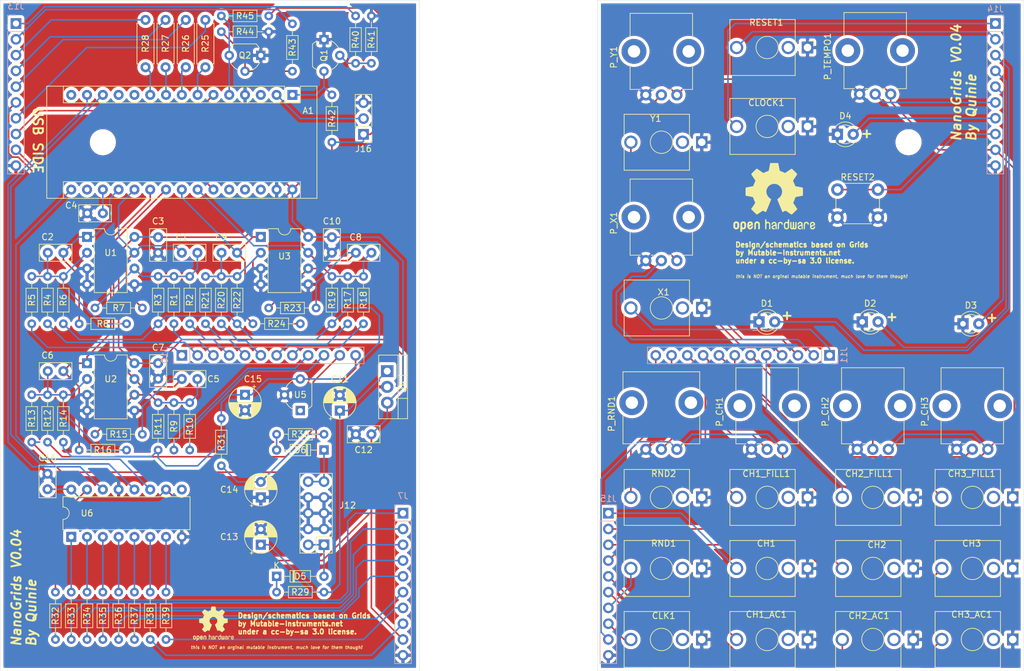
<source format=kicad_pcb>
(kicad_pcb (version 20171130) (host pcbnew "(5.1.6)-1")
  (layers (0 F.Cu signal hide) (31 B.Cu signal hide) (34 B.Paste user) (35 F.Paste user) (36 B.SilkS user) (37 F.SilkS user) (38 B.Mask user) (39 F.Mask user) (44 Edge.Cuts user))
  (net 0 "")
  (net 1 SCK)
  (net 2 MOSI)
  (net 3 GND)
  (net 4 SS)
  (net 5 P_TEMPO)
  (net 6 LED_CH1)
  (net 7 LED_CH2)
  (net 8 CV_CH3)
  (net 9 LED_CH3)
  (net 10 CV_CH2)
  (net 11 LED_CLOCK)
  (net 12 CV_CH1)
  (net 13 SW_RESET)
  (net 14 CV_RND)
  (net 15 IN_RESET)
  (net 16 CV_Y)
  (net 17 CV_X)
  (net 18 "Net-(A1-Pad18)")
  (net 19 IN_MIDI)
  (net 20 IN_CLOCK)
  (net 21 "Net-(C1-Pad2)")
  (net 22 "Net-(C2-Pad2)")
  (net 23 ref_5)
  (net 24 "Net-(C5-Pad2)")
  (net 25 "Net-(C6-Pad2)")
  (net 26 "Net-(C8-Pad2)")
  (net 27 "Net-(C9-Pad2)")
  (net 28 J_CH1)
  (net 29 J_CH2)
  (net 30 P_CH1)
  (net 31 P_CH2)
  (net 32 J_RND)
  (net 33 J_X)
  (net 34 J_Y)
  (net 35 J_CLK)
  (net 36 J_RESET)
  (net 37 P_Y)
  (net 38 P_X)
  (net 39 P_RND)
  (net 40 P_CH3)
  (net 41 J_CH3)
  (net 42 +12V)
  (net 43 -12V)
  (net 44 "Net-(D5-Pad2)")
  (net 45 "Net-(D5-Pad1)")
  (net 46 "Net-(D6-Pad2)")
  (net 47 "Net-(D6-Pad1)")
  (net 48 "Net-(Q1-Pad2)")
  (net 49 "Net-(Q2-Pad2)")
  (net 50 "Net-(R32-Pad2)")
  (net 51 CH1)
  (net 52 "Net-(R33-Pad2)")
  (net 53 CH2)
  (net 54 "Net-(R34-Pad2)")
  (net 55 CH3)
  (net 56 "Net-(R35-Pad2)")
  (net 57 CH1_ACC)
  (net 58 "Net-(R36-Pad2)")
  (net 59 CH2_ACC)
  (net 60 "Net-(R37-Pad2)")
  (net 61 CH3_ACC)
  (net 62 "Net-(R38-Pad2)")
  (net 63 CH_CLOCK)
  (net 64 "Net-(R39-Pad2)")
  (net 65 CH_RND)
  (net 66 "Net-(A1-Pad10)")
  (net 67 "Net-(A1-Pad9)")
  (net 68 "Net-(A1-Pad8)")
  (net 69 "Net-(A1-Pad7)")
  (net 70 +5V)
  (net 71 "Net-(A1-Pad15)")
  (net 72 "Net-(A1-Pad28)")
  (net 73 "Net-(A1-Pad12)")
  (net 74 "Net-(A1-Pad27)")
  (net 75 "Net-(A1-Pad11)")
  (net 76 "Net-(A1-Pad26)")
  (net 77 "Net-(A1-Pad3)")
  (net 78 "Net-(A1-Pad17)")
  (net 79 "Net-(U6-Pad9)")
  (module LED_THT:LED_D3.0mm (layer F.Cu) (at 236.22 39.37)
    (fp_text reference D4 (at 1.27 -2.96) (layer F.SilkS))
    (fp_text value CLK)
    (pad 2 thru_hole circle (at 2.54 0) (size 1.8 1.8) (drill 0.9) (layers *.Cu *.Mask) (net 11 LED_CLOCK))
    (pad 1 thru_hole rect (at 0 0) (size 1.8 1.8) (drill 0.9) (layers *.Cu *.Mask) (net 3 GND))
  )
  (module Connector_Audio:Jack_3.5mm_QingPu_WQP-PJ398SM_Vertical_CircularHoles (layer F.Cu) (at 214.41 97.79 270)
    (fp_text reference RND2 (at -3.81 6.13) (layer F.SilkS))
    (fp_text value CV_RND)
    (pad T thru_hole circle (at 0 11.4 90) (size 2.13 2.13) (drill 1.43) (layers *.Cu *.Mask) (net 32 J_RND))
    (pad S thru_hole rect (at 0 0 90) (size 1.93 1.83) (drill 1.22) (layers *.Cu *.Mask) (net 3 GND))
    (pad TN thru_hole circle (at 0 3.1 90) (size 2.13 2.13) (drill 1.42) (layers *.Cu *.Mask))
  )
  (module Connector_Audio:Jack_3.5mm_QingPu_WQP-PJ398SM_Vertical_CircularHoles (layer F.Cu) (at 231.41 25.4 270)
    (fp_text reference RESET1 (at -4.03 6.62) (layer F.SilkS))
    (fp_text value CV_RESET)
    (pad T thru_hole circle (at 0 11.4 90) (size 2.13 2.13) (drill 1.43) (layers *.Cu *.Mask) (net 36 J_RESET))
    (pad S thru_hole rect (at 0 0 90) (size 1.93 1.83) (drill 1.22) (layers *.Cu *.Mask) (net 3 GND))
    (pad TN thru_hole circle (at 0 3.1 90) (size 2.13 2.13) (drill 1.42) (layers *.Cu *.Mask))
  )
  (module LED_THT:LED_D3.0mm (layer F.Cu) (at 240.21 69.54)
    (fp_text reference D2 (at 1.27 -2.96) (layer F.SilkS))
    (fp_text value CH2)
    (pad 2 thru_hole circle (at 2.54 0) (size 1.8 1.8) (drill 0.9) (layers *.Cu *.Mask) (net 7 LED_CH2))
    (pad 1 thru_hole rect (at 0 0) (size 1.8 1.8) (drill 0.9) (layers *.Cu *.Mask) (net 3 GND))
  )
  (module Connector_Audio:Jack_3.5mm_QingPu_WQP-PJ398SM_Vertical_CircularHoles (layer F.Cu) (at 264.41 97.79 270)
    (fp_text reference CH3_FILL1 (at -3.81 6.6) (layer F.SilkS))
    (fp_text value CV_CH3)
    (pad T thru_hole circle (at 0 11.4 90) (size 2.13 2.13) (drill 1.43) (layers *.Cu *.Mask) (net 41 J_CH3))
    (pad S thru_hole rect (at 0 0 90) (size 1.93 1.83) (drill 1.22) (layers *.Cu *.Mask) (net 3 GND))
    (pad TN thru_hole circle (at 0 3.1 90) (size 2.13 2.13) (drill 1.42) (layers *.Cu *.Mask))
  )
  (module LED_THT:LED_D3.0mm (layer F.Cu) (at 223.61 69.54)
    (fp_text reference D1 (at 1.27 -2.96) (layer F.SilkS))
    (fp_text value CH1)
    (pad 2 thru_hole circle (at 2.54 0) (size 1.8 1.8) (drill 0.9) (layers *.Cu *.Mask) (net 6 LED_CH1))
    (pad 1 thru_hole rect (at 0 0) (size 1.8 1.8) (drill 0.9) (layers *.Cu *.Mask) (net 3 GND))
  )
  (module Connector_Audio:Jack_3.5mm_QingPu_WQP-PJ398SM_Vertical_CircularHoles (layer F.Cu) (at 214.41 109.22 270)
    (fp_text reference RND1 (at -4.03 6.13) (layer F.SilkS))
    (fp_text value RandomGate)
    (pad T thru_hole circle (at 0 11.4 90) (size 2.13 2.13) (drill 1.43) (layers *.Cu *.Mask) (net 65 CH_RND))
    (pad S thru_hole rect (at 0 0 90) (size 1.93 1.83) (drill 1.22) (layers *.Cu *.Mask) (net 3 GND))
    (pad TN thru_hole circle (at 0 3.1 90) (size 2.13 2.13) (drill 1.42) (layers *.Cu *.Mask))
  )
  (module Connector_Audio:Jack_3.5mm_QingPu_WQP-PJ398SM_Vertical_CircularHoles (layer F.Cu) (at 248.41 120.65 270)
    (fp_text reference CH2_AC1 (at -3.81 7.11) (layer F.SilkS))
    (fp_text value CH2_ACC)
    (pad T thru_hole circle (at 0 11.4 90) (size 2.13 2.13) (drill 1.43) (layers *.Cu *.Mask) (net 59 CH2_ACC))
    (pad S thru_hole rect (at 0 0 90) (size 1.93 1.83) (drill 1.22) (layers *.Cu *.Mask) (net 3 GND))
    (pad TN thru_hole circle (at 0 3.1 90) (size 2.13 2.13) (drill 1.42) (layers *.Cu *.Mask))
  )
  (module Connector_PinHeader_2.54mm:PinHeader_1x10_P2.54mm_Vertical (layer B.Cu) (at 261.62 21.54 180)
    (fp_text reference J14 (at 0 2.33) (layer B.SilkS) (effects (justify mirror)))
    (fp_text value Conn_01x10)
    (pad 10 thru_hole oval (at 0 -22.86 180) (size 1.7 1.7) (drill 1) (layers *.Cu *.Mask) (net 3 GND))
    (pad 9 thru_hole oval (at 0 -20.32 180) (size 1.7 1.7) (drill 1) (layers *.Cu *.Mask) (net 70 +5V))
    (pad 8 thru_hole oval (at 0 -17.78 180) (size 1.7 1.7) (drill 1) (layers *.Cu *.Mask) (net 13 SW_RESET))
    (pad 7 thru_hole oval (at 0 -15.24 180) (size 1.7 1.7) (drill 1) (layers *.Cu *.Mask) (net 11 LED_CLOCK))
    (pad 6 thru_hole oval (at 0 -12.7 180) (size 1.7 1.7) (drill 1) (layers *.Cu *.Mask) (net 5 P_TEMPO))
    (pad 5 thru_hole oval (at 0 -10.16 180) (size 1.7 1.7) (drill 1) (layers *.Cu *.Mask) (net 9 LED_CH3))
    (pad 4 thru_hole oval (at 0 -7.62 180) (size 1.7 1.7) (drill 1) (layers *.Cu *.Mask) (net 7 LED_CH2))
    (pad 3 thru_hole oval (at 0 -5.08 180) (size 1.7 1.7) (drill 1) (layers *.Cu *.Mask) (net 6 LED_CH1))
    (pad 2 thru_hole oval (at 0 -2.54 180) (size 1.7 1.7) (drill 1) (layers *.Cu *.Mask) (net 36 J_RESET))
    (pad 1 thru_hole rect (at 0 0 180) (size 1.7 1.7) (drill 1) (layers *.Cu *.Mask) (net 35 J_CLK))
  )
  (module Connector_Audio:Jack_3.5mm_QingPu_WQP-PJ398SM_Vertical_CircularHoles (layer F.Cu) (at 214.41 67.31 270)
    (fp_text reference X1 (at -2.54 6.13) (layer F.SilkS))
    (fp_text value CV_X)
    (pad T thru_hole circle (at 0 11.4 90) (size 2.13 2.13) (drill 1.43) (layers *.Cu *.Mask) (net 33 J_X))
    (pad S thru_hole rect (at 0 0 90) (size 1.93 1.83) (drill 1.22) (layers *.Cu *.Mask) (net 3 GND))
    (pad TN thru_hole circle (at 0 3.1 90) (size 2.13 2.13) (drill 1.42) (layers *.Cu *.Mask))
  )
  (module Connector_PinHeader_2.54mm:PinHeader_1x10_P2.54mm_Vertical (layer B.Cu) (at 199.39 100.33 180)
    (fp_text reference J15 (at 0 2.33) (layer B.SilkS) (effects (justify mirror)))
    (fp_text value Conn_01x10)
    (pad 10 thru_hole oval (at 0 -22.86 180) (size 1.7 1.7) (drill 1) (layers *.Cu *.Mask) (net 3 GND))
    (pad 9 thru_hole oval (at 0 -20.32 180) (size 1.7 1.7) (drill 1) (layers *.Cu *.Mask) (net 70 +5V))
    (pad 8 thru_hole oval (at 0 -17.78 180) (size 1.7 1.7) (drill 1) (layers *.Cu *.Mask) (net 63 CH_CLOCK))
    (pad 7 thru_hole oval (at 0 -15.24 180) (size 1.7 1.7) (drill 1) (layers *.Cu *.Mask) (net 65 CH_RND))
    (pad 6 thru_hole oval (at 0 -12.7 180) (size 1.7 1.7) (drill 1) (layers *.Cu *.Mask) (net 61 CH3_ACC))
    (pad 5 thru_hole oval (at 0 -10.16 180) (size 1.7 1.7) (drill 1) (layers *.Cu *.Mask) (net 59 CH2_ACC))
    (pad 4 thru_hole oval (at 0 -7.62 180) (size 1.7 1.7) (drill 1) (layers *.Cu *.Mask) (net 57 CH1_ACC))
    (pad 3 thru_hole oval (at 0 -5.08 180) (size 1.7 1.7) (drill 1) (layers *.Cu *.Mask) (net 55 CH3))
    (pad 2 thru_hole oval (at 0 -2.54 180) (size 1.7 1.7) (drill 1) (layers *.Cu *.Mask) (net 53 CH2))
    (pad 1 thru_hole rect (at 0 0 180) (size 1.7 1.7) (drill 1) (layers *.Cu *.Mask) (net 51 CH1))
  )
  (module Button_Switch_THT:SW_PUSH_6mm (layer F.Cu) (at 236.22 48.26)
    (fp_text reference RESET2 (at 3.25 -2) (layer F.SilkS))
    (fp_text value SW_Push)
    (pad 1 thru_hole circle (at 6.5 0 90) (size 2 2) (drill 1.1) (layers *.Cu *.Mask) (net 13 SW_RESET))
    (pad 2 thru_hole circle (at 6.5 4.5 90) (size 2 2) (drill 1.1) (layers *.Cu *.Mask) (net 3 GND))
    (pad 1 thru_hole circle (at 0 0 90) (size 2 2) (drill 1.1) (layers *.Cu *.Mask) (net 13 SW_RESET))
    (pad 2 thru_hole circle (at 0 4.5 90) (size 2 2) (drill 1.1) (layers *.Cu *.Mask) (net 3 GND))
  )
  (module Connector_PinHeader_2.54mm:PinHeader_1x12_P2.54mm_Vertical (layer B.Cu) (at 234.95 74.93 90)
    (fp_text reference J11 (at 0 2.33 90) (layer B.SilkS) (effects (justify mirror)))
    (fp_text value Conn_01x12)
    (pad 12 thru_hole oval (at 0 -27.94 90) (size 1.7 1.7) (drill 1) (layers *.Cu *.Mask) (net 32 J_RND))
    (pad 11 thru_hole oval (at 0 -25.4 90) (size 1.7 1.7) (drill 1) (layers *.Cu *.Mask) (net 39 P_RND))
    (pad 10 thru_hole oval (at 0 -22.86 90) (size 1.7 1.7) (drill 1) (layers *.Cu *.Mask) (net 28 J_CH1))
    (pad 9 thru_hole oval (at 0 -20.32 90) (size 1.7 1.7) (drill 1) (layers *.Cu *.Mask) (net 30 P_CH1))
    (pad 8 thru_hole oval (at 0 -17.78 90) (size 1.7 1.7) (drill 1) (layers *.Cu *.Mask) (net 41 J_CH3))
    (pad 7 thru_hole oval (at 0 -15.24 90) (size 1.7 1.7) (drill 1) (layers *.Cu *.Mask) (net 40 P_CH3))
    (pad 6 thru_hole oval (at 0 -12.7 90) (size 1.7 1.7) (drill 1) (layers *.Cu *.Mask) (net 31 P_CH2))
    (pad 5 thru_hole oval (at 0 -10.16 90) (size 1.7 1.7) (drill 1) (layers *.Cu *.Mask) (net 29 J_CH2))
    (pad 4 thru_hole oval (at 0 -7.62 90) (size 1.7 1.7) (drill 1) (layers *.Cu *.Mask) (net 34 J_Y))
    (pad 3 thru_hole oval (at 0 -5.08 90) (size 1.7 1.7) (drill 1) (layers *.Cu *.Mask) (net 37 P_Y))
    (pad 2 thru_hole oval (at 0 -2.54 90) (size 1.7 1.7) (drill 1) (layers *.Cu *.Mask) (net 38 P_X))
    (pad 1 thru_hole rect (at 0 0 90) (size 1.7 1.7) (drill 1) (layers *.Cu *.Mask) (net 33 J_X))
  )
  (module Connector_Audio:Jack_3.5mm_QingPu_WQP-PJ398SM_Vertical_CircularHoles (layer F.Cu) (at 231.41 109.22 270)
    (fp_text reference CH1 (at -4.03 6.62) (layer F.SilkS))
    (fp_text value CH1)
    (pad T thru_hole circle (at 0 11.4 90) (size 2.13 2.13) (drill 1.43) (layers *.Cu *.Mask) (net 51 CH1))
    (pad S thru_hole rect (at 0 0 90) (size 1.93 1.83) (drill 1.22) (layers *.Cu *.Mask) (net 3 GND))
    (pad TN thru_hole circle (at 0 3.1 90) (size 2.13 2.13) (drill 1.42) (layers *.Cu *.Mask))
  )
  (module MountingHole:MountingHole_3.2mm_M3 (layer F.Cu) (at 247.65 40.64)
    (fp_text reference H2 hide)
    (fp_text value MountingHole)
    (pad 1 np_thru_hole circle (at 0 0) (size 3.2 3.2) (drill 3.2) (layers *.Cu *.Mask))
  )
  (module Connector_Audio:Jack_3.5mm_QingPu_WQP-PJ398SM_Vertical_CircularHoles (layer F.Cu) (at 231.41 38.1 270)
    (fp_text reference CLOCK1 (at -3.81 6.62) (layer F.SilkS))
    (fp_text value CV_CLOCK)
    (pad T thru_hole circle (at 0 11.4 90) (size 2.13 2.13) (drill 1.43) (layers *.Cu *.Mask) (net 35 J_CLK))
    (pad S thru_hole rect (at 0 0 90) (size 1.93 1.83) (drill 1.22) (layers *.Cu *.Mask) (net 3 GND))
    (pad TN thru_hole circle (at 0 3.1 90) (size 2.13 2.13) (drill 1.42) (layers *.Cu *.Mask))
  )
  (module Connector_Audio:Jack_3.5mm_QingPu_WQP-PJ398SM_Vertical_CircularHoles (layer F.Cu) (at 264.41 109.22 270)
    (fp_text reference CH3 (at -4.03 6.6) (layer F.SilkS))
    (fp_text value CH3)
    (pad T thru_hole circle (at 0 11.4 90) (size 2.13 2.13) (drill 1.43) (layers *.Cu *.Mask) (net 55 CH3))
    (pad S thru_hole rect (at 0 0 90) (size 1.93 1.83) (drill 1.22) (layers *.Cu *.Mask) (net 3 GND))
    (pad TN thru_hole circle (at 0 3.1 90) (size 2.13 2.13) (drill 1.42) (layers *.Cu *.Mask))
  )
  (module Connector_Audio:Jack_3.5mm_QingPu_WQP-PJ398SM_Vertical_CircularHoles (layer F.Cu) (at 231.41 97.79 270)
    (fp_text reference CH1_FILL1 (at -3.81 6.62) (layer F.SilkS))
    (fp_text value CV_CH1)
    (pad T thru_hole circle (at 0 11.4 90) (size 2.13 2.13) (drill 1.43) (layers *.Cu *.Mask) (net 28 J_CH1))
    (pad S thru_hole rect (at 0 0 90) (size 1.93 1.83) (drill 1.22) (layers *.Cu *.Mask) (net 3 GND))
    (pad TN thru_hole circle (at 0 3.1 90) (size 2.13 2.13) (drill 1.42) (layers *.Cu *.Mask))
  )
  (module Connector_Audio:Jack_3.5mm_QingPu_WQP-PJ398SM_Vertical_CircularHoles (layer F.Cu) (at 264.41 120.65 270)
    (fp_text reference CH3_AC1 (at -4.03 6.6) (layer F.SilkS))
    (fp_text value CH3_ACC)
    (pad T thru_hole circle (at 0 11.4 90) (size 2.13 2.13) (drill 1.43) (layers *.Cu *.Mask) (net 61 CH3_ACC))
    (pad S thru_hole rect (at 0 0 90) (size 1.93 1.83) (drill 1.22) (layers *.Cu *.Mask) (net 3 GND))
    (pad TN thru_hole circle (at 0 3.1 90) (size 2.13 2.13) (drill 1.42) (layers *.Cu *.Mask))
  )
  (module Connector_Audio:Jack_3.5mm_QingPu_WQP-PJ398SM_Vertical_CircularHoles (layer F.Cu) (at 248.41 109.22 270)
    (fp_text reference CH2 (at -3.81 5.84) (layer F.SilkS))
    (fp_text value CH2)
    (pad T thru_hole circle (at 0 11.4 90) (size 2.13 2.13) (drill 1.43) (layers *.Cu *.Mask) (net 53 CH2))
    (pad S thru_hole rect (at 0 0 90) (size 1.93 1.83) (drill 1.22) (layers *.Cu *.Mask) (net 3 GND))
    (pad TN thru_hole circle (at 0 3.1 90) (size 2.13 2.13) (drill 1.42) (layers *.Cu *.Mask))
  )
  (module LED_THT:LED_D3.0mm (layer F.Cu) (at 256.41 69.85)
    (fp_text reference D3 (at 1.27 -2.96) (layer F.SilkS))
    (fp_text value CH3)
    (pad 2 thru_hole circle (at 2.54 0) (size 1.8 1.8) (drill 0.9) (layers *.Cu *.Mask) (net 9 LED_CH3))
    (pad 1 thru_hole rect (at 0 0) (size 1.8 1.8) (drill 0.9) (layers *.Cu *.Mask) (net 3 GND))
  )
  (module Connector_Audio:Jack_3.5mm_QingPu_WQP-PJ398SM_Vertical_CircularHoles (layer F.Cu) (at 231.41 120.65 270)
    (fp_text reference CH1_AC1 (at -4.03 6.62) (layer F.SilkS))
    (fp_text value CH1_ACC)
    (pad T thru_hole circle (at 0 11.4 90) (size 2.13 2.13) (drill 1.43) (layers *.Cu *.Mask) (net 57 CH1_ACC))
    (pad S thru_hole rect (at 0 0 90) (size 1.93 1.83) (drill 1.22) (layers *.Cu *.Mask) (net 3 GND))
    (pad TN thru_hole circle (at 0 3.1 90) (size 2.13 2.13) (drill 1.42) (layers *.Cu *.Mask))
  )
  (module Connector_Audio:Jack_3.5mm_QingPu_WQP-PJ398SM_Vertical_CircularHoles (layer F.Cu) (at 248.41 97.79 270)
    (fp_text reference CH2_FILL1 (at -3.81 7.11) (layer F.SilkS))
    (fp_text value CV_CH2)
    (pad T thru_hole circle (at 0 11.4 90) (size 2.13 2.13) (drill 1.43) (layers *.Cu *.Mask) (net 29 J_CH2))
    (pad S thru_hole rect (at 0 0 90) (size 1.93 1.83) (drill 1.22) (layers *.Cu *.Mask) (net 3 GND))
    (pad TN thru_hole circle (at 0 3.1 90) (size 2.13 2.13) (drill 1.42) (layers *.Cu *.Mask))
  )
  (module Connector_Audio:Jack_3.5mm_QingPu_WQP-PJ398SM_Vertical_CircularHoles (layer F.Cu) (at 214.41 40.64 270)
    (fp_text reference Y1 (at -3.81 7.4) (layer F.SilkS))
    (fp_text value CV_Y)
    (pad T thru_hole circle (at 0 11.4 90) (size 2.13 2.13) (drill 1.43) (layers *.Cu *.Mask) (net 34 J_Y))
    (pad S thru_hole rect (at 0 0 90) (size 1.93 1.83) (drill 1.22) (layers *.Cu *.Mask) (net 3 GND))
    (pad TN thru_hole circle (at 0 3.1 90) (size 2.13 2.13) (drill 1.42) (layers *.Cu *.Mask))
  )
  (module Connector_Audio:Jack_3.5mm_QingPu_WQP-PJ398SM_Vertical_CircularHoles (layer F.Cu) (at 214.41 120.65 270)
    (fp_text reference CLK1 (at -3.81 6.13) (layer F.SilkS))
    (fp_text value ClockOutput)
    (pad T thru_hole circle (at 0 11.4 90) (size 2.13 2.13) (drill 1.43) (layers *.Cu *.Mask) (net 63 CH_CLOCK))
    (pad S thru_hole rect (at 0 0 90) (size 1.93 1.83) (drill 1.22) (layers *.Cu *.Mask) (net 3 GND))
    (pad TN thru_hole circle (at 0 3.1 90) (size 2.13 2.13) (drill 1.42) (layers *.Cu *.Mask))
  )
  (module Potentiometer_THT:Potentiometer_Alps_RK09K_Single_Vertical (layer F.Cu) (at 244.79 32.9 90)
    (fp_text reference P_TEMPO1 (at 6.05 -10.15 90) (layer F.SilkS))
    (fp_text value 10k)
    (pad "" np_thru_hole circle (at 7 1.9 90) (size 4 4) (drill 2) (layers *.Cu *.Mask))
    (pad "" np_thru_hole circle (at 7 -6.9 90) (size 4 4) (drill 2) (layers *.Cu *.Mask))
    (pad 1 thru_hole circle (at 0 0 90) (size 1.8 1.8) (drill 1) (layers *.Cu *.Mask) (net 70 +5V))
    (pad 2 thru_hole circle (at 0 -2.5 90) (size 1.8 1.8) (drill 1) (layers *.Cu *.Mask) (net 5 P_TEMPO))
    (pad 3 thru_hole circle (at 0 -5 90) (size 1.8 1.8) (drill 1) (layers *.Cu *.Mask) (net 3 GND))
  )
  (module Potentiometer_THT:Potentiometer_Alps_RK09K_Single_Vertical (layer F.Cu) (at 227.41 90.05 90)
    (fp_text reference P_CH1 (at 6.05 -10.15 90) (layer F.SilkS))
    (fp_text value 10k)
    (pad "" np_thru_hole circle (at 7 1.9 90) (size 4 4) (drill 2) (layers *.Cu *.Mask))
    (pad "" np_thru_hole circle (at 7 -6.9 90) (size 4 4) (drill 2) (layers *.Cu *.Mask))
    (pad 1 thru_hole circle (at 0 0 90) (size 1.8 1.8) (drill 1) (layers *.Cu *.Mask) (net 70 +5V))
    (pad 2 thru_hole circle (at 0 -2.5 90) (size 1.8 1.8) (drill 1) (layers *.Cu *.Mask) (net 30 P_CH1))
    (pad 3 thru_hole circle (at 0 -5 90) (size 1.8 1.8) (drill 1) (layers *.Cu *.Mask) (net 3 GND))
  )
  (module Potentiometer_THT:Potentiometer_Alps_RK09K_Single_Vertical (layer F.Cu) (at 244.41 90.05 90)
    (fp_text reference P_CH2 (at 6.05 -10.15 90) (layer F.SilkS))
    (fp_text value 10k)
    (pad "" np_thru_hole circle (at 7 1.9 90) (size 4 4) (drill 2) (layers *.Cu *.Mask))
    (pad "" np_thru_hole circle (at 7 -6.9 90) (size 4 4) (drill 2) (layers *.Cu *.Mask))
    (pad 1 thru_hole circle (at 0 0 90) (size 1.8 1.8) (drill 1) (layers *.Cu *.Mask) (net 70 +5V))
    (pad 2 thru_hole circle (at 0 -2.5 90) (size 1.8 1.8) (drill 1) (layers *.Cu *.Mask) (net 31 P_CH2))
    (pad 3 thru_hole circle (at 0 -5 90) (size 1.8 1.8) (drill 1) (layers *.Cu *.Mask) (net 3 GND))
  )
  (module Potentiometer_THT:Potentiometer_Alps_RK09K_Single_Vertical (layer F.Cu) (at 260.41 90.05 90)
    (fp_text reference P_CH3 (at 6.05 -10.15 90) (layer F.SilkS))
    (fp_text value 10k)
    (pad "" np_thru_hole circle (at 7 1.9 90) (size 4 4) (drill 2) (layers *.Cu *.Mask))
    (pad "" np_thru_hole circle (at 7 -6.9 90) (size 4 4) (drill 2) (layers *.Cu *.Mask))
    (pad 1 thru_hole circle (at 0 0 90) (size 1.8 1.8) (drill 1) (layers *.Cu *.Mask) (net 70 +5V))
    (pad 2 thru_hole circle (at 0 -2.5 90) (size 1.8 1.8) (drill 1) (layers *.Cu *.Mask) (net 40 P_CH3))
    (pad 3 thru_hole circle (at 0 -5 90) (size 1.8 1.8) (drill 1) (layers *.Cu *.Mask) (net 3 GND))
  )
  (module Potentiometer_THT:Potentiometer_Alps_RK09L_Single_Vertical (layer F.Cu) (at 210.41 90.05 90)
    (fp_text reference P_RND1 (at 5.725 -10.5 90) (layer F.SilkS))
    (fp_text value 10k)
    (pad "" np_thru_hole circle (at 7.5 2.25 90) (size 4 4) (drill 2) (layers *.Cu *.Mask))
    (pad "" np_thru_hole circle (at 7.5 -7.25 90) (size 4 4) (drill 2) (layers *.Cu *.Mask))
    (pad 1 thru_hole circle (at 0 0 90) (size 1.8 1.8) (drill 1) (layers *.Cu *.Mask) (net 70 +5V))
    (pad 2 thru_hole circle (at 0 -2.5 90) (size 1.8 1.8) (drill 1) (layers *.Cu *.Mask) (net 39 P_RND))
    (pad 3 thru_hole circle (at 0 -5 90) (size 1.8 1.8) (drill 1) (layers *.Cu *.Mask) (net 3 GND))
  )
  (module Potentiometer_THT:Potentiometer_Alps_RK09K_Single_Vertical (layer F.Cu) (at 210.41 33.02 90)
    (fp_text reference P_Y1 (at 6.05 -10.15 90) (layer F.SilkS))
    (fp_text value 10k)
    (pad "" np_thru_hole circle (at 7 1.9 90) (size 4 4) (drill 2) (layers *.Cu *.Mask))
    (pad "" np_thru_hole circle (at 7 -6.9 90) (size 4 4) (drill 2) (layers *.Cu *.Mask))
    (pad 1 thru_hole circle (at 0 0 90) (size 1.8 1.8) (drill 1) (layers *.Cu *.Mask) (net 70 +5V))
    (pad 2 thru_hole circle (at 0 -2.5 90) (size 1.8 1.8) (drill 1) (layers *.Cu *.Mask) (net 37 P_Y))
    (pad 3 thru_hole circle (at 0 -5 90) (size 1.8 1.8) (drill 1) (layers *.Cu *.Mask) (net 3 GND))
  )
  (module Potentiometer_THT:Potentiometer_Alps_RK09K_Single_Vertical (layer F.Cu) (at 210.41 59.69 90)
    (fp_text reference P_X1 (at 6.05 -10.15 90) (layer F.SilkS))
    (fp_text value 10k)
    (pad "" np_thru_hole circle (at 7 1.9 90) (size 4 4) (drill 2) (layers *.Cu *.Mask))
    (pad "" np_thru_hole circle (at 7 -6.9 90) (size 4 4) (drill 2) (layers *.Cu *.Mask))
    (pad 1 thru_hole circle (at 0 0 90) (size 1.8 1.8) (drill 1) (layers *.Cu *.Mask) (net 70 +5V))
    (pad 2 thru_hole circle (at 0 -2.5 90) (size 1.8 1.8) (drill 1) (layers *.Cu *.Mask) (net 38 P_X))
    (pad 3 thru_hole circle (at 0 -5 90) (size 1.8 1.8) (drill 1) (layers *.Cu *.Mask) (net 3 GND))
  )
  (module Connector_PinHeader_2.54mm:PinHeader_1x03_P2.54mm_Vertical (layer F.Cu) (at 160.02 39.37 180)
    (fp_text reference J16 (at 0 -2.33) (layer F.SilkS))
    (fp_text value Conn_01x03)
    (pad 3 thru_hole oval (at 0 5.08 180) (size 1.7 1.7) (drill 1) (layers *.Cu *.Mask) (net 3 GND))
    (pad 2 thru_hole oval (at 0 2.54 180) (size 1.7 1.7) (drill 1) (layers *.Cu *.Mask) (net 19 IN_MIDI))
    (pad 1 thru_hole rect (at 0 0 180) (size 1.7 1.7) (drill 1) (layers *.Cu *.Mask) (net 70 +5V))
  )
  (module Resistor_THT:R_Axial_DIN0204_L3.6mm_D1.6mm_P7.62mm_Horizontal (layer F.Cu) (at 142.24 69.85)
    (fp_text reference R24 (at 3.81 0) (layer F.SilkS))
    (fp_text value 100k)
    (pad 2 thru_hole oval (at 7.62 0) (size 1.4 1.4) (drill 0.7) (layers *.Cu *.Mask) (net 27 "Net-(C9-Pad2)"))
    (pad 1 thru_hole circle (at 0 0) (size 1.4 1.4) (drill 0.7) (layers *.Cu *.Mask) (net 10 CV_CH2))
  )
  (module Resistor_THT:R_Axial_DIN0204_L3.6mm_D1.6mm_P7.62mm_Horizontal (layer F.Cu) (at 152.4 67.31 180)
    (fp_text reference R23 (at 3.81 0) (layer F.SilkS))
    (fp_text value 100k)
    (pad 2 thru_hole oval (at 7.62 0 180) (size 1.4 1.4) (drill 0.7) (layers *.Cu *.Mask) (net 26 "Net-(C8-Pad2)"))
    (pad 1 thru_hole circle (at 0 0 180) (size 1.4 1.4) (drill 0.7) (layers *.Cu *.Mask) (net 8 CV_CH3))
  )
  (module Resistor_THT:R_Axial_DIN0204_L3.6mm_D1.6mm_P7.62mm_Horizontal (layer F.Cu) (at 106.68 62.23 270)
    (fp_text reference R5 (at 3.81 0 90) (layer F.SilkS))
    (fp_text value 100k)
    (pad 2 thru_hole oval (at 7.62 0 270) (size 1.4 1.4) (drill 0.7) (layers *.Cu *.Mask) (net 33 J_X))
    (pad 1 thru_hole circle (at 0 0 270) (size 1.4 1.4) (drill 0.7) (layers *.Cu *.Mask) (net 22 "Net-(C2-Pad2)"))
  )
  (module Capacitor_THT:C_Disc_D5.0mm_W2.5mm_P2.50mm (layer F.Cu) (at 111.76 77.47 180)
    (fp_text reference C6 (at 2.54 2.54) (layer F.SilkS))
    (fp_text value 10nf)
    (pad 2 thru_hole circle (at 2.5 0 180) (size 1.6 1.6) (drill 0.8) (layers *.Cu *.Mask) (net 25 "Net-(C6-Pad2)"))
    (pad 1 thru_hole circle (at 0 0 180) (size 1.6 1.6) (drill 0.8) (layers *.Cu *.Mask) (net 14 CV_RND))
  )
  (module Capacitor_THT:C_Disc_D5.0mm_W2.5mm_P2.50mm (layer F.Cu) (at 130.81 78.74)
    (fp_text reference C5 (at 5.08 0) (layer F.SilkS))
    (fp_text value 10nf)
    (pad 2 thru_hole circle (at 2.5 0) (size 1.6 1.6) (drill 0.8) (layers *.Cu *.Mask) (net 24 "Net-(C5-Pad2)"))
    (pad 1 thru_hole circle (at 0 0) (size 1.6 1.6) (drill 0.8) (layers *.Cu *.Mask) (net 12 CV_CH1))
  )
  (module Resistor_THT:R_Axial_DIN0204_L3.6mm_D1.6mm_P7.62mm_Horizontal (layer F.Cu) (at 114.3 90.17)
    (fp_text reference R16 (at 3.81 0) (layer F.SilkS))
    (fp_text value 100k)
    (pad 2 thru_hole oval (at 7.62 0) (size 1.4 1.4) (drill 0.7) (layers *.Cu *.Mask) (net 25 "Net-(C6-Pad2)"))
    (pad 1 thru_hole circle (at 0 0) (size 1.4 1.4) (drill 0.7) (layers *.Cu *.Mask) (net 14 CV_RND))
  )
  (module Resistor_THT:R_Axial_DIN0204_L3.6mm_D1.6mm_P7.62mm_Horizontal (layer F.Cu) (at 120.65 120.65 90)
    (fp_text reference R36 (at 3.81 0 90) (layer F.SilkS))
    (fp_text value 1k)
    (pad 2 thru_hole oval (at 7.62 0 90) (size 1.4 1.4) (drill 0.7) (layers *.Cu *.Mask) (net 58 "Net-(R36-Pad2)"))
    (pad 1 thru_hole circle (at 0 0 90) (size 1.4 1.4) (drill 0.7) (layers *.Cu *.Mask) (net 59 CH2_ACC))
  )
  (module Resistor_THT:R_Axial_DIN0204_L3.6mm_D1.6mm_P7.62mm_Horizontal (layer F.Cu) (at 127 62.23 270)
    (fp_text reference R3 (at 3.81 0 90) (layer F.SilkS))
    (fp_text value 100k)
    (pad 2 thru_hole oval (at 7.62 0 270) (size 1.4 1.4) (drill 0.7) (layers *.Cu *.Mask) (net 23 ref_5))
    (pad 1 thru_hole circle (at 0 0 270) (size 1.4 1.4) (drill 0.7) (layers *.Cu *.Mask) (net 21 "Net-(C1-Pad2)"))
  )
  (module Resistor_THT:R_Axial_DIN0204_L3.6mm_D1.6mm_P7.62mm_Horizontal (layer F.Cu) (at 109.22 81.28 270)
    (fp_text reference R12 (at 3.81 0 90) (layer F.SilkS))
    (fp_text value 100k)
    (pad 2 thru_hole oval (at 7.62 0 270) (size 1.4 1.4) (drill 0.7) (layers *.Cu *.Mask) (net 39 P_RND))
    (pad 1 thru_hole circle (at 0 0 270) (size 1.4 1.4) (drill 0.7) (layers *.Cu *.Mask) (net 25 "Net-(C6-Pad2)"))
  )
  (module Capacitor_THT:C_Disc_D5.0mm_W2.5mm_P2.50mm (layer F.Cu) (at 127 55.92 270)
    (fp_text reference C3 (at -2.58 0 180) (layer F.SilkS))
    (fp_text value 100nf)
    (pad 2 thru_hole circle (at 2.5 0 270) (size 1.6 1.6) (drill 0.8) (layers *.Cu *.Mask) (net 3 GND))
    (pad 1 thru_hole circle (at 0 0 270) (size 1.6 1.6) (drill 0.8) (layers *.Cu *.Mask) (net 70 +5V))
  )
  (module Resistor_THT:R_Axial_DIN0204_L3.6mm_D1.6mm_P7.62mm_Horizontal (layer F.Cu) (at 111.76 81.28 270)
    (fp_text reference R14 (at 3.81 0 90) (layer F.SilkS))
    (fp_text value 100k)
    (pad 2 thru_hole oval (at 7.62 0 270) (size 1.4 1.4) (drill 0.7) (layers *.Cu *.Mask) (net 23 ref_5))
    (pad 1 thru_hole circle (at 0 0 270) (size 1.4 1.4) (drill 0.7) (layers *.Cu *.Mask) (net 25 "Net-(C6-Pad2)"))
  )
  (module Resistor_THT:R_Axial_DIN0204_L3.6mm_D1.6mm_P7.62mm_Horizontal (layer F.Cu) (at 132.08 82.55 270)
    (fp_text reference R10 (at 3.81 0 90) (layer F.SilkS))
    (fp_text value 100k)
    (pad 2 thru_hole oval (at 7.62 0 270) (size 1.4 1.4) (drill 0.7) (layers *.Cu *.Mask) (net 28 J_CH1))
    (pad 1 thru_hole circle (at 0 0 270) (size 1.4 1.4) (drill 0.7) (layers *.Cu *.Mask) (net 24 "Net-(C5-Pad2)"))
  )
  (module Resistor_THT:R_Axial_DIN0204_L3.6mm_D1.6mm_P7.62mm_Horizontal (layer F.Cu) (at 106.68 81.28 270)
    (fp_text reference R13 (at 3.81 0 90) (layer F.SilkS))
    (fp_text value 100k)
    (pad 2 thru_hole oval (at 7.62 0 270) (size 1.4 1.4) (drill 0.7) (layers *.Cu *.Mask) (net 32 J_RND))
    (pad 1 thru_hole circle (at 0 0 270) (size 1.4 1.4) (drill 0.7) (layers *.Cu *.Mask) (net 25 "Net-(C6-Pad2)"))
  )
  (module Resistor_THT:R_Axial_DIN0204_L3.6mm_D1.6mm_P7.62mm_Horizontal (layer F.Cu) (at 125.73 120.65 90)
    (fp_text reference R38 (at 3.81 0 90) (layer F.SilkS))
    (fp_text value 1k)
    (pad 2 thru_hole oval (at 7.62 0 90) (size 1.4 1.4) (drill 0.7) (layers *.Cu *.Mask) (net 62 "Net-(R38-Pad2)"))
    (pad 1 thru_hole circle (at 0 0 90) (size 1.4 1.4) (drill 0.7) (layers *.Cu *.Mask) (net 63 CH_CLOCK))
  )
  (module Resistor_THT:R_Axial_DIN0204_L3.6mm_D1.6mm_P7.62mm_Horizontal (layer F.Cu) (at 127 82.55 270)
    (fp_text reference R11 (at 3.81 0 90) (layer F.SilkS))
    (fp_text value 100k)
    (pad 2 thru_hole oval (at 7.62 0 270) (size 1.4 1.4) (drill 0.7) (layers *.Cu *.Mask) (net 23 ref_5))
    (pad 1 thru_hole circle (at 0 0 270) (size 1.4 1.4) (drill 0.7) (layers *.Cu *.Mask) (net 24 "Net-(C5-Pad2)"))
  )
  (module Package_DIP:DIP-8_W7.62mm (layer F.Cu) (at 115.57 55.88)
    (fp_text reference U1 (at 3.81 2.54) (layer F.SilkS))
    (fp_text value MCP6002_1)
    (pad 8 thru_hole oval (at 7.62 0) (size 1.6 1.6) (drill 0.8) (layers *.Cu *.Mask) (net 70 +5V))
    (pad 4 thru_hole oval (at 0 7.62) (size 1.6 1.6) (drill 0.8) (layers *.Cu *.Mask) (net 3 GND))
    (pad 7 thru_hole oval (at 7.62 2.54) (size 1.6 1.6) (drill 0.8) (layers *.Cu *.Mask) (net 16 CV_Y))
    (pad 3 thru_hole oval (at 0 5.08) (size 1.6 1.6) (drill 0.8) (layers *.Cu *.Mask) (net 3 GND))
    (pad 6 thru_hole oval (at 7.62 5.08) (size 1.6 1.6) (drill 0.8) (layers *.Cu *.Mask) (net 21 "Net-(C1-Pad2)"))
    (pad 2 thru_hole oval (at 0 2.54) (size 1.6 1.6) (drill 0.8) (layers *.Cu *.Mask) (net 22 "Net-(C2-Pad2)"))
    (pad 5 thru_hole oval (at 7.62 7.62) (size 1.6 1.6) (drill 0.8) (layers *.Cu *.Mask) (net 3 GND))
    (pad 1 thru_hole rect (at 0 0) (size 1.6 1.6) (drill 0.8) (layers *.Cu *.Mask) (net 17 CV_X))
  )
  (module Resistor_THT:R_Axial_DIN0204_L3.6mm_D1.6mm_P7.62mm_Horizontal (layer F.Cu) (at 129.54 82.55 270)
    (fp_text reference R9 (at 3.81 0 90) (layer F.SilkS))
    (fp_text value 100k)
    (pad 2 thru_hole oval (at 7.62 0 270) (size 1.4 1.4) (drill 0.7) (layers *.Cu *.Mask) (net 30 P_CH1))
    (pad 1 thru_hole circle (at 0 0 270) (size 1.4 1.4) (drill 0.7) (layers *.Cu *.Mask) (net 24 "Net-(C5-Pad2)"))
  )
  (module Capacitor_THT:C_Disc_D5.0mm_W2.5mm_P2.50mm (layer F.Cu) (at 130.81 58.42)
    (fp_text reference C1 (at 0 -2.5) (layer F.SilkS))
    (fp_text value 10nf)
    (pad 2 thru_hole circle (at 2.5 0) (size 1.6 1.6) (drill 0.8) (layers *.Cu *.Mask) (net 21 "Net-(C1-Pad2)"))
    (pad 1 thru_hole circle (at 0 0) (size 1.6 1.6) (drill 0.8) (layers *.Cu *.Mask) (net 16 CV_Y))
  )
  (module Capacitor_THT:C_Disc_D5.0mm_W2.5mm_P2.50mm (layer F.Cu) (at 115.61 52.07)
    (fp_text reference C4 (at -2.58 -1.27) (layer F.SilkS))
    (fp_text value 100nf)
    (pad 2 thru_hole circle (at 2.5 0) (size 1.6 1.6) (drill 0.8) (layers *.Cu *.Mask) (net 18 "Net-(A1-Pad18)"))
    (pad 1 thru_hole circle (at 0 0) (size 1.6 1.6) (drill 0.8) (layers *.Cu *.Mask) (net 3 GND))
  )
  (module Resistor_THT:R_Axial_DIN0204_L3.6mm_D1.6mm_P7.62mm_Horizontal (layer F.Cu) (at 118.11 120.65 90)
    (fp_text reference R35 (at 3.81 0 90) (layer F.SilkS))
    (fp_text value 1k)
    (pad 2 thru_hole oval (at 7.62 0 90) (size 1.4 1.4) (drill 0.7) (layers *.Cu *.Mask) (net 56 "Net-(R35-Pad2)"))
    (pad 1 thru_hole circle (at 0 0 90) (size 1.4 1.4) (drill 0.7) (layers *.Cu *.Mask) (net 57 CH1_ACC))
  )
  (module Package_TO_SOT_THT:TO-220-3_Vertical (layer F.Cu) (at 163.83 77.47 270)
    (fp_text reference U4 (at 2.54 -2.54 270) (layer F.SilkS))
    (fp_text value L7805)
    (pad 3 thru_hole oval (at 5.08 0 270) (size 1.905 2) (drill 1.1) (layers *.Cu *.Mask) (net 70 +5V))
    (pad 2 thru_hole oval (at 2.54 0 270) (size 1.905 2) (drill 1.1) (layers *.Cu *.Mask) (net 3 GND))
    (pad 1 thru_hole rect (at 0 0 270) (size 1.905 2) (drill 1.1) (layers *.Cu *.Mask) (net 42 +12V))
  )
  (module Resistor_THT:R_Axial_DIN0204_L3.6mm_D1.6mm_P7.62mm_Horizontal (layer F.Cu) (at 148.59 29.21 90)
    (fp_text reference R43 (at 3.81 0 90) (layer F.SilkS))
    (fp_text value 100k)
    (pad 2 thru_hole oval (at 7.62 0 90) (size 1.4 1.4) (drill 0.7) (layers *.Cu *.Mask) (net 36 J_RESET))
    (pad 1 thru_hole circle (at 0 0 90) (size 1.4 1.4) (drill 0.7) (layers *.Cu *.Mask) (net 49 "Net-(Q2-Pad2)"))
  )
  (module Resistor_THT:R_Axial_DIN0204_L3.6mm_D1.6mm_P7.62mm_Horizontal (layer F.Cu) (at 161.29 27.94 90)
    (fp_text reference R41 (at 3.81 0 90) (layer F.SilkS))
    (fp_text value 100k)
    (pad 2 thru_hole oval (at 7.62 0 90) (size 1.4 1.4) (drill 0.7) (layers *.Cu *.Mask) (net 3 GND))
    (pad 1 thru_hole circle (at 0 0 90) (size 1.4 1.4) (drill 0.7) (layers *.Cu *.Mask) (net 48 "Net-(Q1-Pad2)"))
  )
  (module Resistor_THT:R_Axial_DIN0204_L3.6mm_D1.6mm_P7.62mm_Horizontal (layer F.Cu) (at 137.16 22.86)
    (fp_text reference R44 (at 3.81 0) (layer F.SilkS))
    (fp_text value 100k)
    (pad 2 thru_hole oval (at 7.62 0) (size 1.4 1.4) (drill 0.7) (layers *.Cu *.Mask) (net 3 GND))
    (pad 1 thru_hole circle (at 0 0) (size 1.4 1.4) (drill 0.7) (layers *.Cu *.Mask) (net 49 "Net-(Q2-Pad2)"))
  )
  (module Resistor_THT:R_Axial_DIN0207_L6.3mm_D2.5mm_P7.62mm_Horizontal (layer F.Cu) (at 128.1938 28.575 90)
    (fp_text reference R27 (at 3.81 0 90) (layer F.SilkS))
    (fp_text value 100r)
    (pad 2 thru_hole oval (at 7.62 0 90) (size 1.6 1.6) (drill 0.8) (layers *.Cu *.Mask) (net 7 LED_CH2))
    (pad 1 thru_hole circle (at 0 0 90) (size 1.6 1.6) (drill 0.8) (layers *.Cu *.Mask) (net 67 "Net-(A1-Pad9)"))
  )
  (module Resistor_THT:R_Axial_DIN0207_L6.3mm_D2.5mm_P7.62mm_Horizontal (layer F.Cu) (at 131.445 28.575 90)
    (fp_text reference R26 (at 3.81 0 90) (layer F.SilkS))
    (fp_text value 100r)
    (pad 2 thru_hole oval (at 7.62 0 90) (size 1.6 1.6) (drill 0.8) (layers *.Cu *.Mask) (net 9 LED_CH3))
    (pad 1 thru_hole circle (at 0 0 90) (size 1.6 1.6) (drill 0.8) (layers *.Cu *.Mask) (net 68 "Net-(A1-Pad8)"))
  )
  (module Capacitor_THT:C_Disc_D5.0mm_W2.5mm_P2.50mm (layer F.Cu) (at 109.22 96.48 90)
    (fp_text reference C16 (at 5.04 0 180) (layer F.SilkS))
    (fp_text value 100nf)
    (pad 2 thru_hole circle (at 2.5 0 90) (size 1.6 1.6) (drill 0.8) (layers *.Cu *.Mask) (net 3 GND))
    (pad 1 thru_hole circle (at 0 0 90) (size 1.6 1.6) (drill 0.8) (layers *.Cu *.Mask) (net 70 +5V))
  )
  (module Resistor_THT:R_Axial_DIN0204_L3.6mm_D1.6mm_P7.62mm_Horizontal (layer F.Cu) (at 123.19 120.65 90)
    (fp_text reference R37 (at 3.81 0 90) (layer F.SilkS))
    (fp_text value 1k)
    (pad 2 thru_hole oval (at 7.62 0 90) (size 1.4 1.4) (drill 0.7) (layers *.Cu *.Mask) (net 60 "Net-(R37-Pad2)"))
    (pad 1 thru_hole circle (at 0 0 90) (size 1.4 1.4) (drill 0.7) (layers *.Cu *.Mask) (net 61 CH3_ACC))
  )
  (module Resistor_THT:R_Axial_DIN0204_L3.6mm_D1.6mm_P7.62mm_Horizontal (layer F.Cu) (at 154.94 40.64 90)
    (fp_text reference R42 (at 3.81 0 90) (layer F.SilkS))
    (fp_text value 100k)
    (pad 2 thru_hole oval (at 7.62 0 90) (size 1.4 1.4) (drill 0.7) (layers *.Cu *.Mask) (net 20 IN_CLOCK))
    (pad 1 thru_hole circle (at 0 0 90) (size 1.4 1.4) (drill 0.7) (layers *.Cu *.Mask) (net 70 +5V))
  )
  (module Resistor_THT:R_Axial_DIN0204_L3.6mm_D1.6mm_P7.62mm_Horizontal (layer F.Cu) (at 144.78 20.32 180)
    (fp_text reference R45 (at 3.81 0) (layer F.SilkS))
    (fp_text value 100k)
    (pad 2 thru_hole oval (at 7.62 0 180) (size 1.4 1.4) (drill 0.7) (layers *.Cu *.Mask) (net 15 IN_RESET))
    (pad 1 thru_hole circle (at 0 0 180) (size 1.4 1.4) (drill 0.7) (layers *.Cu *.Mask) (net 70 +5V))
  )
  (module Resistor_THT:R_Axial_DIN0204_L3.6mm_D1.6mm_P7.62mm_Horizontal (layer F.Cu) (at 115.57 120.65 90)
    (fp_text reference R34 (at 3.81 0 90) (layer F.SilkS))
    (fp_text value 1k)
    (pad 2 thru_hole oval (at 7.62 0 90) (size 1.4 1.4) (drill 0.7) (layers *.Cu *.Mask) (net 54 "Net-(R34-Pad2)"))
    (pad 1 thru_hole circle (at 0 0 90) (size 1.4 1.4) (drill 0.7) (layers *.Cu *.Mask) (net 55 CH3))
  )
  (module Resistor_THT:R_Axial_DIN0204_L3.6mm_D1.6mm_P7.62mm_Horizontal (layer F.Cu) (at 128.27 120.65 90)
    (fp_text reference R39 (at 3.81 0 90) (layer F.SilkS))
    (fp_text value 1k)
    (pad 2 thru_hole oval (at 7.62 0 90) (size 1.4 1.4) (drill 0.7) (layers *.Cu *.Mask) (net 64 "Net-(R39-Pad2)"))
    (pad 1 thru_hole circle (at 0 0 90) (size 1.4 1.4) (drill 0.7) (layers *.Cu *.Mask) (net 65 CH_RND))
  )
  (module Resistor_THT:R_Axial_DIN0204_L3.6mm_D1.6mm_P7.62mm_Horizontal (layer F.Cu) (at 158.75 27.94 90)
    (fp_text reference R40 (at 3.81 0 90) (layer F.SilkS))
    (fp_text value 100k)
    (pad 2 thru_hole oval (at 7.62 0 90) (size 1.4 1.4) (drill 0.7) (layers *.Cu *.Mask) (net 35 J_CLK))
    (pad 1 thru_hole circle (at 0 0 90) (size 1.4 1.4) (drill 0.7) (layers *.Cu *.Mask) (net 48 "Net-(Q1-Pad2)"))
  )
  (module Package_DIP:DIP-16_W7.62mm (layer F.Cu) (at 113.03 104.14 90)
    (fp_text reference U6 (at 3.81 2.54 180) (layer F.SilkS))
    (fp_text value 74HC595)
    (pad 16 thru_hole oval (at 7.62 0 90) (size 1.6 1.6) (drill 0.8) (layers *.Cu *.Mask) (net 70 +5V))
    (pad 8 thru_hole oval (at 0 17.78 90) (size 1.6 1.6) (drill 0.8) (layers *.Cu *.Mask) (net 3 GND))
    (pad 15 thru_hole oval (at 7.62 2.54 90) (size 1.6 1.6) (drill 0.8) (layers *.Cu *.Mask) (net 50 "Net-(R32-Pad2)"))
    (pad 7 thru_hole oval (at 0 15.24 90) (size 1.6 1.6) (drill 0.8) (layers *.Cu *.Mask) (net 64 "Net-(R39-Pad2)"))
    (pad 14 thru_hole oval (at 7.62 5.08 90) (size 1.6 1.6) (drill 0.8) (layers *.Cu *.Mask) (net 2 MOSI))
    (pad 6 thru_hole oval (at 0 12.7 90) (size 1.6 1.6) (drill 0.8) (layers *.Cu *.Mask) (net 62 "Net-(R38-Pad2)"))
    (pad 13 thru_hole oval (at 7.62 7.62 90) (size 1.6 1.6) (drill 0.8) (layers *.Cu *.Mask) (net 3 GND))
    (pad 5 thru_hole oval (at 0 10.16 90) (size 1.6 1.6) (drill 0.8) (layers *.Cu *.Mask) (net 60 "Net-(R37-Pad2)"))
    (pad 12 thru_hole oval (at 7.62 10.16 90) (size 1.6 1.6) (drill 0.8) (layers *.Cu *.Mask) (net 4 SS))
    (pad 4 thru_hole oval (at 0 7.62 90) (size 1.6 1.6) (drill 0.8) (layers *.Cu *.Mask) (net 58 "Net-(R36-Pad2)"))
    (pad 11 thru_hole oval (at 7.62 12.7 90) (size 1.6 1.6) (drill 0.8) (layers *.Cu *.Mask) (net 1 SCK))
    (pad 3 thru_hole oval (at 0 5.08 90) (size 1.6 1.6) (drill 0.8) (layers *.Cu *.Mask) (net 56 "Net-(R35-Pad2)"))
    (pad 10 thru_hole oval (at 7.62 15.24 90) (size 1.6 1.6) (drill 0.8) (layers *.Cu *.Mask) (net 70 +5V))
    (pad 2 thru_hole oval (at 0 2.54 90) (size 1.6 1.6) (drill 0.8) (layers *.Cu *.Mask) (net 54 "Net-(R34-Pad2)"))
    (pad 9 thru_hole oval (at 7.62 17.78 90) (size 1.6 1.6) (drill 0.8) (layers *.Cu *.Mask) (net 79 "Net-(U6-Pad9)"))
    (pad 1 thru_hole rect (at 0 0 90) (size 1.6 1.6) (drill 0.8) (layers *.Cu *.Mask) (net 52 "Net-(R33-Pad2)"))
  )
  (module Capacitor_THT:C_Disc_D5.0mm_W2.5mm_P2.50mm (layer F.Cu) (at 127 76.2 270)
    (fp_text reference C7 (at -2.54 0 180) (layer F.SilkS))
    (fp_text value 100nf)
    (pad 2 thru_hole circle (at 2.5 0 270) (size 1.6 1.6) (drill 0.8) (layers *.Cu *.Mask) (net 3 GND))
    (pad 1 thru_hole circle (at 0 0 270) (size 1.6 1.6) (drill 0.8) (layers *.Cu *.Mask) (net 70 +5V))
  )
  (module Resistor_THT:R_Axial_DIN0204_L3.6mm_D1.6mm_P7.62mm_Horizontal (layer F.Cu) (at 160.02 62.23 270)
    (fp_text reference R18 (at 3.81 0 90) (layer F.SilkS))
    (fp_text value 100k)
    (pad 2 thru_hole oval (at 7.62 0 270) (size 1.4 1.4) (drill 0.7) (layers *.Cu *.Mask) (net 41 J_CH3))
    (pad 1 thru_hole circle (at 0 0 270) (size 1.4 1.4) (drill 0.7) (layers *.Cu *.Mask) (net 26 "Net-(C8-Pad2)"))
  )
  (module Resistor_THT:R_Axial_DIN0204_L3.6mm_D1.6mm_P7.62mm_Horizontal (layer F.Cu) (at 157.48 62.23 270)
    (fp_text reference R17 (at 3.81 0 90) (layer F.SilkS))
    (fp_text value 100k)
    (pad 2 thru_hole oval (at 7.62 0 270) (size 1.4 1.4) (drill 0.7) (layers *.Cu *.Mask) (net 40 P_CH3))
    (pad 1 thru_hole circle (at 0 0 270) (size 1.4 1.4) (drill 0.7) (layers *.Cu *.Mask) (net 26 "Net-(C8-Pad2)"))
  )
  (module Diode_THT:D_DO-34_SOD68_P7.62mm_Horizontal (layer F.Cu) (at 146.05 110.49)
    (fp_text reference D5 (at 3.81 0) (layer F.SilkS))
    (fp_text value 1n4148)
    (fp_text user K (at 0 -1.75) (layer F.SilkS))
    (pad 2 thru_hole oval (at 7.62 0) (size 1.5 1.5) (drill 0.75) (layers *.Cu *.Mask) (net 44 "Net-(D5-Pad2)"))
    (pad 1 thru_hole rect (at 0 0) (size 1.5 1.5) (drill 0.75) (layers *.Cu *.Mask) (net 45 "Net-(D5-Pad1)"))
  )
  (module Capacitor_THT:CP_Radial_D5.0mm_P2.50mm (layer F.Cu) (at 143.51 105.41 90)
    (fp_text reference C13 (at 1.27 -5.08 180) (layer F.SilkS))
    (fp_text value 10uf)
    (pad 2 thru_hole circle (at 2.5 0 90) (size 1.6 1.6) (drill 0.8) (layers *.Cu *.Mask) (net 3 GND))
    (pad 1 thru_hole rect (at 0 0 90) (size 1.6 1.6) (drill 0.8) (layers *.Cu *.Mask) (net 42 +12V))
  )
  (module Resistor_THT:R_Axial_DIN0204_L3.6mm_D1.6mm_P7.62mm_Horizontal (layer F.Cu) (at 129.54 62.23 270)
    (fp_text reference R1 (at 3.81 0 90) (layer F.SilkS))
    (fp_text value 100k)
    (pad 2 thru_hole oval (at 7.62 0 270) (size 1.4 1.4) (drill 0.7) (layers *.Cu *.Mask) (net 37 P_Y))
    (pad 1 thru_hole circle (at 0 0 270) (size 1.4 1.4) (drill 0.7) (layers *.Cu *.Mask) (net 21 "Net-(C1-Pad2)"))
  )
  (module Resistor_THT:R_Axial_DIN0204_L3.6mm_D1.6mm_P7.62mm_Horizontal (layer F.Cu) (at 124.46 87.63 180)
    (fp_text reference R15 (at 3.81 0) (layer F.SilkS))
    (fp_text value 100k)
    (pad 2 thru_hole oval (at 7.62 0 180) (size 1.4 1.4) (drill 0.7) (layers *.Cu *.Mask) (net 24 "Net-(C5-Pad2)"))
    (pad 1 thru_hole circle (at 0 0 180) (size 1.4 1.4) (drill 0.7) (layers *.Cu *.Mask) (net 12 CV_CH1))
  )
  (module Diode_THT:D_DO-34_SOD68_P7.62mm_Horizontal (layer F.Cu) (at 153.67 90.17 180)
    (fp_text reference D6 (at 3.81 0) (layer F.SilkS))
    (fp_text value 1n4148)
    (pad 2 thru_hole oval (at 7.62 0 180) (size 1.5 1.5) (drill 0.75) (layers *.Cu *.Mask) (net 46 "Net-(D6-Pad2)"))
    (pad 1 thru_hole rect (at 0 0 180) (size 1.5 1.5) (drill 0.75) (layers *.Cu *.Mask) (net 47 "Net-(D6-Pad1)"))
  )
  (module Capacitor_THT:C_Disc_D5.0mm_W2.5mm_P2.50mm (layer F.Cu) (at 139.7 58.42 180)
    (fp_text reference C9 (at 2.54 2.54) (layer F.SilkS))
    (fp_text value 10nf)
    (pad 2 thru_hole circle (at 2.5 0 180) (size 1.6 1.6) (drill 0.8) (layers *.Cu *.Mask) (net 27 "Net-(C9-Pad2)"))
    (pad 1 thru_hole circle (at 0 0 180) (size 1.6 1.6) (drill 0.8) (layers *.Cu *.Mask) (net 10 CV_CH2))
  )
  (module Resistor_THT:R_Axial_DIN0204_L3.6mm_D1.6mm_P7.62mm_Horizontal (layer F.Cu) (at 153.67 113.03 180)
    (fp_text reference R29 (at 3.81 0) (layer F.SilkS))
    (fp_text value 10r)
    (pad 2 thru_hole oval (at 7.62 0 180) (size 1.4 1.4) (drill 0.7) (layers *.Cu *.Mask) (net 45 "Net-(D5-Pad1)"))
    (pad 1 thru_hole circle (at 0 0 180) (size 1.4 1.4) (drill 0.7) (layers *.Cu *.Mask) (net 42 +12V))
  )
  (module Capacitor_THT:C_Disc_D5.0mm_W2.5mm_P2.50mm (layer F.Cu) (at 158.79 58.42)
    (fp_text reference C8 (at -0.04 -2.5) (layer F.SilkS))
    (fp_text value 10nf)
    (pad 2 thru_hole circle (at 2.5 0) (size 1.6 1.6) (drill 0.8) (layers *.Cu *.Mask) (net 26 "Net-(C8-Pad2)"))
    (pad 1 thru_hole circle (at 0 0) (size 1.6 1.6) (drill 0.8) (layers *.Cu *.Mask) (net 8 CV_CH3))
  )
  (module Capacitor_THT:C_Disc_D5.0mm_W2.5mm_P2.50mm (layer F.Cu) (at 154.94 55.92 270)
    (fp_text reference C10 (at -2.58 0 180) (layer F.SilkS))
    (fp_text value 100nf)
    (pad 2 thru_hole circle (at 2.5 0 270) (size 1.6 1.6) (drill 0.8) (layers *.Cu *.Mask) (net 3 GND))
    (pad 1 thru_hole circle (at 0 0 270) (size 1.6 1.6) (drill 0.8) (layers *.Cu *.Mask) (net 70 +5V))
  )
  (module Capacitor_THT:C_Disc_D5.0mm_W2.5mm_P2.50mm (layer F.Cu) (at 111.76 58.42 180)
    (fp_text reference C2 (at 2.54 2.54) (layer F.SilkS))
    (fp_text value 10nf)
    (pad 2 thru_hole circle (at 2.5 0 180) (size 1.6 1.6) (drill 0.8) (layers *.Cu *.Mask) (net 22 "Net-(C2-Pad2)"))
    (pad 1 thru_hole circle (at 0 0 180) (size 1.6 1.6) (drill 0.8) (layers *.Cu *.Mask) (net 17 CV_X))
  )
  (module Resistor_THT:R_Axial_DIN0204_L3.6mm_D1.6mm_P7.62mm_Horizontal (layer F.Cu) (at 113.03 120.65 90)
    (fp_text reference R33 (at 3.81 0 90) (layer F.SilkS))
    (fp_text value 1k)
    (pad 2 thru_hole oval (at 7.62 0 90) (size 1.4 1.4) (drill 0.7) (layers *.Cu *.Mask) (net 52 "Net-(R33-Pad2)"))
    (pad 1 thru_hole circle (at 0 0 90) (size 1.4 1.4) (drill 0.7) (layers *.Cu *.Mask) (net 53 CH2))
  )
  (module Package_DIP:DIP-8_W7.62mm (layer F.Cu) (at 143.51 55.88)
    (fp_text reference U3 (at 3.81 3.1) (layer F.SilkS))
    (fp_text value MCP6002_1)
    (pad 8 thru_hole oval (at 7.62 0) (size 1.6 1.6) (drill 0.8) (layers *.Cu *.Mask) (net 70 +5V))
    (pad 4 thru_hole oval (at 0 7.62) (size 1.6 1.6) (drill 0.8) (layers *.Cu *.Mask) (net 3 GND))
    (pad 7 thru_hole oval (at 7.62 2.54) (size 1.6 1.6) (drill 0.8) (layers *.Cu *.Mask) (net 8 CV_CH3))
    (pad 3 thru_hole oval (at 0 5.08) (size 1.6 1.6) (drill 0.8) (layers *.Cu *.Mask) (net 3 GND))
    (pad 6 thru_hole oval (at 7.62 5.08) (size 1.6 1.6) (drill 0.8) (layers *.Cu *.Mask) (net 26 "Net-(C8-Pad2)"))
    (pad 2 thru_hole oval (at 0 2.54) (size 1.6 1.6) (drill 0.8) (layers *.Cu *.Mask) (net 27 "Net-(C9-Pad2)"))
    (pad 5 thru_hole oval (at 7.62 7.62) (size 1.6 1.6) (drill 0.8) (layers *.Cu *.Mask) (net 3 GND))
    (pad 1 thru_hole rect (at 0 0) (size 1.6 1.6) (drill 0.8) (layers *.Cu *.Mask) (net 10 CV_CH2))
  )
  (module Resistor_THT:R_Axial_DIN0207_L6.3mm_D2.5mm_P7.62mm_Horizontal (layer F.Cu) (at 134.5946 28.575 90)
    (fp_text reference R25 (at 3.81 0 90) (layer F.SilkS))
    (fp_text value 100r)
    (pad 2 thru_hole oval (at 7.62 0 90) (size 1.6 1.6) (drill 0.8) (layers *.Cu *.Mask) (net 11 LED_CLOCK))
    (pad 1 thru_hole circle (at 0 0 90) (size 1.6 1.6) (drill 0.8) (layers *.Cu *.Mask) (net 69 "Net-(A1-Pad7)"))
  )
  (module Package_TO_SOT_THT:TO-92_Wide (layer F.Cu) (at 153.67 24.13 270)
    (fp_text reference Q1 (at 2.55 0 90) (layer F.SilkS))
    (fp_text value 2N3904)
    (pad 1 thru_hole rect (at 0 0) (size 1.5 1.5) (drill 0.8) (layers *.Cu *.Mask) (net 3 GND))
    (pad 3 thru_hole circle (at 5.08 0) (size 1.5 1.5) (drill 0.8) (layers *.Cu *.Mask) (net 20 IN_CLOCK))
    (pad 2 thru_hole circle (at 2.54 -2.54) (size 1.5 1.5) (drill 0.8) (layers *.Cu *.Mask) (net 48 "Net-(Q1-Pad2)"))
  )
  (module Package_TO_SOT_THT:TO-92_Wide (layer F.Cu) (at 143.51 26.67 180)
    (fp_text reference Q2 (at 2.55 0) (layer F.SilkS))
    (fp_text value 2N3904)
    (pad 1 thru_hole rect (at 0 0 270) (size 1.5 1.5) (drill 0.8) (layers *.Cu *.Mask) (net 3 GND))
    (pad 3 thru_hole circle (at 5.08 0 270) (size 1.5 1.5) (drill 0.8) (layers *.Cu *.Mask) (net 15 IN_RESET))
    (pad 2 thru_hole circle (at 2.54 -2.54 270) (size 1.5 1.5) (drill 0.8) (layers *.Cu *.Mask) (net 49 "Net-(Q2-Pad2)"))
  )
  (module Connector_PinHeader_2.54mm:PinHeader_2x05_P2.54mm_Vertical (layer F.Cu) (at 153.67 105.41 180)
    (fp_text reference J12 (at -3.81 6.35) (layer F.SilkS))
    (fp_text value Conn_02x05_Odd_Even)
    (pad 10 thru_hole oval (at 2.54 10.16 180) (size 1.7 1.7) (drill 1) (layers *.Cu *.Mask) (net 47 "Net-(D6-Pad1)"))
    (pad 9 thru_hole oval (at 0 10.16 180) (size 1.7 1.7) (drill 1) (layers *.Cu *.Mask) (net 47 "Net-(D6-Pad1)"))
    (pad 8 thru_hole oval (at 2.54 7.62 180) (size 1.7 1.7) (drill 1) (layers *.Cu *.Mask) (net 3 GND))
    (pad 7 thru_hole oval (at 0 7.62 180) (size 1.7 1.7) (drill 1) (layers *.Cu *.Mask) (net 3 GND))
    (pad 6 thru_hole oval (at 2.54 5.08 180) (size 1.7 1.7) (drill 1) (layers *.Cu *.Mask) (net 3 GND))
    (pad 5 thru_hole oval (at 0 5.08 180) (size 1.7 1.7) (drill 1) (layers *.Cu *.Mask) (net 3 GND))
    (pad 4 thru_hole oval (at 2.54 2.54 180) (size 1.7 1.7) (drill 1) (layers *.Cu *.Mask) (net 3 GND))
    (pad 3 thru_hole oval (at 0 2.54 180) (size 1.7 1.7) (drill 1) (layers *.Cu *.Mask) (net 3 GND))
    (pad 2 thru_hole oval (at 2.54 0 180) (size 1.7 1.7) (drill 1) (layers *.Cu *.Mask) (net 44 "Net-(D5-Pad2)"))
    (pad 1 thru_hole rect (at 0 0 180) (size 1.7 1.7) (drill 1) (layers *.Cu *.Mask) (net 44 "Net-(D5-Pad2)"))
  )
  (module Resistor_THT:R_Axial_DIN0204_L3.6mm_D1.6mm_P7.62mm_Horizontal (layer F.Cu) (at 154.94 62.23 270)
    (fp_text reference R19 (at 3.81 0 90) (layer F.SilkS))
    (fp_text value 100k)
    (pad 2 thru_hole oval (at 7.62 0 270) (size 1.4 1.4) (drill 0.7) (layers *.Cu *.Mask) (net 23 ref_5))
    (pad 1 thru_hole circle (at 0 0 270) (size 1.4 1.4) (drill 0.7) (layers *.Cu *.Mask) (net 26 "Net-(C8-Pad2)"))
  )
  (module Resistor_THT:R_Axial_DIN0204_L3.6mm_D1.6mm_P7.62mm_Horizontal (layer F.Cu) (at 139.7 62.23 270)
    (fp_text reference R22 (at 3.81 0 90) (layer F.SilkS))
    (fp_text value 100k)
    (pad 2 thru_hole oval (at 7.62 0 270) (size 1.4 1.4) (drill 0.7) (layers *.Cu *.Mask) (net 23 ref_5))
    (pad 1 thru_hole circle (at 0 0 270) (size 1.4 1.4) (drill 0.7) (layers *.Cu *.Mask) (net 27 "Net-(C9-Pad2)"))
  )
  (module Resistor_THT:R_Axial_DIN0204_L3.6mm_D1.6mm_P7.62mm_Horizontal (layer F.Cu) (at 124.46 67.31 180)
    (fp_text reference R7 (at 3.81 0) (layer F.SilkS))
    (fp_text value 100k)
    (pad 2 thru_hole oval (at 7.62 0 180) (size 1.4 1.4) (drill 0.7) (layers *.Cu *.Mask) (net 21 "Net-(C1-Pad2)"))
    (pad 1 thru_hole circle (at 0 0 180) (size 1.4 1.4) (drill 0.7) (layers *.Cu *.Mask) (net 16 CV_Y))
  )
  (module Resistor_THT:R_Axial_DIN0204_L3.6mm_D1.6mm_P7.62mm_Horizontal (layer F.Cu) (at 109.22 62.23 270)
    (fp_text reference R4 (at 3.81 0 90) (layer F.SilkS))
    (fp_text value 100k)
    (pad 2 thru_hole oval (at 7.62 0 270) (size 1.4 1.4) (drill 0.7) (layers *.Cu *.Mask) (net 38 P_X))
    (pad 1 thru_hole circle (at 0 0 270) (size 1.4 1.4) (drill 0.7) (layers *.Cu *.Mask) (net 22 "Net-(C2-Pad2)"))
  )
  (module Resistor_THT:R_Axial_DIN0204_L3.6mm_D1.6mm_P7.62mm_Horizontal (layer F.Cu) (at 146.05 87.63)
    (fp_text reference R30 (at 3.81 0) (layer F.SilkS))
    (fp_text value 10r)
    (pad 2 thru_hole oval (at 7.62 0) (size 1.4 1.4) (drill 0.7) (layers *.Cu *.Mask) (net 43 -12V))
    (pad 1 thru_hole circle (at 0 0) (size 1.4 1.4) (drill 0.7) (layers *.Cu *.Mask) (net 46 "Net-(D6-Pad2)"))
  )
  (module Resistor_THT:R_Axial_DIN0207_L6.3mm_D2.5mm_P7.62mm_Horizontal (layer F.Cu) (at 124.968 28.575 90)
    (fp_text reference R28 (at 3.81 0 90) (layer F.SilkS))
    (fp_text value 100r)
    (pad 2 thru_hole oval (at 7.62 0 90) (size 1.6 1.6) (drill 0.8) (layers *.Cu *.Mask) (net 6 LED_CH1))
    (pad 1 thru_hole circle (at 0 0 90) (size 1.6 1.6) (drill 0.8) (layers *.Cu *.Mask) (net 66 "Net-(A1-Pad10)"))
  )
  (module Module:Arduino_Nano (layer F.Cu) (at 148.59 33.02 270)
    (fp_text reference A1 (at 2.54 -2.54 180) (layer F.SilkS))
    (fp_text value Arduino_Nano_v2.x)
    (pad 16 thru_hole oval (at 15.24 35.56 270) (size 1.6 1.6) (drill 0.8) (layers *.Cu *.Mask) (net 1 SCK))
    (pad 15 thru_hole oval (at 0 35.56 270) (size 1.6 1.6) (drill 0.8) (layers *.Cu *.Mask) (net 71 "Net-(A1-Pad15)"))
    (pad 30 thru_hole oval (at 15.24 0 270) (size 1.6 1.6) (drill 0.8) (layers *.Cu *.Mask) (net 70 +5V))
    (pad 14 thru_hole oval (at 0 33.02 270) (size 1.6 1.6) (drill 0.8) (layers *.Cu *.Mask) (net 2 MOSI))
    (pad 29 thru_hole oval (at 15.24 2.54 270) (size 1.6 1.6) (drill 0.8) (layers *.Cu *.Mask) (net 3 GND))
    (pad 13 thru_hole oval (at 0 30.48 270) (size 1.6 1.6) (drill 0.8) (layers *.Cu *.Mask) (net 4 SS))
    (pad 28 thru_hole oval (at 15.24 5.08 270) (size 1.6 1.6) (drill 0.8) (layers *.Cu *.Mask) (net 72 "Net-(A1-Pad28)"))
    (pad 12 thru_hole oval (at 0 27.94 270) (size 1.6 1.6) (drill 0.8) (layers *.Cu *.Mask) (net 73 "Net-(A1-Pad12)"))
    (pad 27 thru_hole oval (at 15.24 7.62 270) (size 1.6 1.6) (drill 0.8) (layers *.Cu *.Mask) (net 74 "Net-(A1-Pad27)"))
    (pad 11 thru_hole oval (at 0 25.4 270) (size 1.6 1.6) (drill 0.8) (layers *.Cu *.Mask) (net 75 "Net-(A1-Pad11)"))
    (pad 26 thru_hole oval (at 15.24 10.16 270) (size 1.6 1.6) (drill 0.8) (layers *.Cu *.Mask) (net 76 "Net-(A1-Pad26)"))
    (pad 10 thru_hole oval (at 0 22.86 270) (size 1.6 1.6) (drill 0.8) (layers *.Cu *.Mask) (net 66 "Net-(A1-Pad10)"))
    (pad 25 thru_hole oval (at 15.24 12.7 270) (size 1.6 1.6) (drill 0.8) (layers *.Cu *.Mask) (net 5 P_TEMPO))
    (pad 9 thru_hole oval (at 0 20.32 270) (size 1.6 1.6) (drill 0.8) (layers *.Cu *.Mask) (net 67 "Net-(A1-Pad9)"))
    (pad 24 thru_hole oval (at 15.24 15.24 270) (size 1.6 1.6) (drill 0.8) (layers *.Cu *.Mask) (net 8 CV_CH3))
    (pad 8 thru_hole oval (at 0 17.78 270) (size 1.6 1.6) (drill 0.8) (layers *.Cu *.Mask) (net 68 "Net-(A1-Pad8)"))
    (pad 23 thru_hole oval (at 15.24 17.78 270) (size 1.6 1.6) (drill 0.8) (layers *.Cu *.Mask) (net 10 CV_CH2))
    (pad 7 thru_hole oval (at 0 15.24 270) (size 1.6 1.6) (drill 0.8) (layers *.Cu *.Mask) (net 69 "Net-(A1-Pad7)"))
    (pad 22 thru_hole oval (at 15.24 20.32 270) (size 1.6 1.6) (drill 0.8) (layers *.Cu *.Mask) (net 12 CV_CH1))
    (pad 6 thru_hole oval (at 0 12.7 270) (size 1.6 1.6) (drill 0.8) (layers *.Cu *.Mask) (net 13 SW_RESET))
    (pad 21 thru_hole oval (at 15.24 22.86 270) (size 1.6 1.6) (drill 0.8) (layers *.Cu *.Mask) (net 14 CV_RND))
    (pad 5 thru_hole oval (at 0 10.16 270) (size 1.6 1.6) (drill 0.8) (layers *.Cu *.Mask) (net 15 IN_RESET))
    (pad 20 thru_hole oval (at 15.24 25.4 270) (size 1.6 1.6) (drill 0.8) (layers *.Cu *.Mask) (net 16 CV_Y))
    (pad 4 thru_hole oval (at 0 7.62 270) (size 1.6 1.6) (drill 0.8) (layers *.Cu *.Mask) (net 3 GND))
    (pad 19 thru_hole oval (at 15.24 27.94 270) (size 1.6 1.6) (drill 0.8) (layers *.Cu *.Mask) (net 17 CV_X))
    (pad 3 thru_hole oval (at 0 5.08 270) (size 1.6 1.6) (drill 0.8) (layers *.Cu *.Mask) (net 77 "Net-(A1-Pad3)"))
    (pad 18 thru_hole oval (at 15.24 30.48 270) (size 1.6 1.6) (drill 0.8) (layers *.Cu *.Mask) (net 18 "Net-(A1-Pad18)"))
    (pad 2 thru_hole oval (at 0 2.54 270) (size 1.6 1.6) (drill 0.8) (layers *.Cu *.Mask) (net 19 IN_MIDI))
    (pad 17 thru_hole oval (at 15.24 33.02 270) (size 1.6 1.6) (drill 0.8) (layers *.Cu *.Mask) (net 78 "Net-(A1-Pad17)"))
    (pad 1 thru_hole rect (at 0 0 270) (size 1.6 1.6) (drill 0.8) (layers *.Cu *.Mask) (net 20 IN_CLOCK))
  )
  (module Resistor_THT:R_Axial_DIN0204_L3.6mm_D1.6mm_P7.62mm_Horizontal (layer F.Cu) (at 137.16 92.71 90)
    (fp_text reference R31 (at 3.81 0 90) (layer F.SilkS))
    (fp_text value 100k)
    (pad 2 thru_hole oval (at 7.62 0 90) (size 1.4 1.4) (drill 0.7) (layers *.Cu *.Mask) (net 23 ref_5))
    (pad 1 thru_hole circle (at 0 0 90) (size 1.4 1.4) (drill 0.7) (layers *.Cu *.Mask) (net 43 -12V))
  )
  (module Capacitor_THT:CP_Radial_D5.0mm_P2.50mm (layer F.Cu) (at 140.97 81.28 270)
    (fp_text reference C15 (at -2.54 -1.27 180) (layer F.SilkS))
    (fp_text value 0.47uf)
    (pad 2 thru_hole circle (at 2.5 0 270) (size 1.6 1.6) (drill 0.8) (layers *.Cu *.Mask) (net 3 GND))
    (pad 1 thru_hole rect (at 0 0 270) (size 1.6 1.6) (drill 0.8) (layers *.Cu *.Mask) (net 23 ref_5))
  )
  (module Connector_PinSocket_2.54mm:PinSocket_1x10_P2.54mm_Vertical (layer B.Cu) (at 166.37 100.33 180)
    (fp_text reference J7 (at 0 2.77) (layer B.SilkS) (effects (justify mirror)))
    (fp_text value Conn_01x10)
    (pad 10 thru_hole oval (at 0 -22.86 180) (size 1.7 1.7) (drill 1) (layers *.Cu *.Mask) (net 3 GND))
    (pad 9 thru_hole oval (at 0 -20.32 180) (size 1.7 1.7) (drill 1) (layers *.Cu *.Mask) (net 70 +5V))
    (pad 8 thru_hole oval (at 0 -17.78 180) (size 1.7 1.7) (drill 1) (layers *.Cu *.Mask) (net 63 CH_CLOCK))
    (pad 7 thru_hole oval (at 0 -15.24 180) (size 1.7 1.7) (drill 1) (layers *.Cu *.Mask) (net 65 CH_RND))
    (pad 6 thru_hole oval (at 0 -12.7 180) (size 1.7 1.7) (drill 1) (layers *.Cu *.Mask) (net 61 CH3_ACC))
    (pad 5 thru_hole oval (at 0 -10.16 180) (size 1.7 1.7) (drill 1) (layers *.Cu *.Mask) (net 59 CH2_ACC))
    (pad 4 thru_hole oval (at 0 -7.62 180) (size 1.7 1.7) (drill 1) (layers *.Cu *.Mask) (net 57 CH1_ACC))
    (pad 3 thru_hole oval (at 0 -5.08 180) (size 1.7 1.7) (drill 1) (layers *.Cu *.Mask) (net 55 CH3))
    (pad 2 thru_hole oval (at 0 -2.54 180) (size 1.7 1.7) (drill 1) (layers *.Cu *.Mask) (net 53 CH2))
    (pad 1 thru_hole rect (at 0 0 180) (size 1.7 1.7) (drill 1) (layers *.Cu *.Mask) (net 51 CH1))
  )
  (module Resistor_THT:R_Axial_DIN0204_L3.6mm_D1.6mm_P7.62mm_Horizontal (layer F.Cu) (at 132.08 62.23 270)
    (fp_text reference R2 (at 3.81 0 90) (layer F.SilkS))
    (fp_text value 100k)
    (pad 2 thru_hole oval (at 7.62 0 270) (size 1.4 1.4) (drill 0.7) (layers *.Cu *.Mask) (net 34 J_Y))
    (pad 1 thru_hole circle (at 0 0 270) (size 1.4 1.4) (drill 0.7) (layers *.Cu *.Mask) (net 21 "Net-(C1-Pad2)"))
  )
  (module MountingHole:MountingHole_3.2mm_M3 (layer F.Cu) (at 118.11 40.64)
    (fp_text reference H1 hide)
    (fp_text value MountingHole)
    (pad 1 np_thru_hole circle (at 0 0) (size 3.2 3.2) (drill 3.2) (layers *.Cu *.Mask))
  )
  (module Capacitor_THT:CP_Radial_D5.0mm_P2.50mm (layer F.Cu) (at 156.21 83.82 90)
    (fp_text reference C11 (at 5.08 0 180) (layer F.SilkS))
    (fp_text value 0.47uf)
    (pad 2 thru_hole circle (at 2.5 0 90) (size 1.6 1.6) (drill 0.8) (layers *.Cu *.Mask) (net 3 GND))
    (pad 1 thru_hole rect (at 0 0 90) (size 1.6 1.6) (drill 0.8) (layers *.Cu *.Mask) (net 42 +12V))
  )
  (module Package_DIP:DIP-8_W7.62mm (layer F.Cu) (at 115.57 76.2)
    (fp_text reference U2 (at 3.81 2.54) (layer F.SilkS))
    (fp_text value MCP6002_1)
    (pad 8 thru_hole oval (at 7.62 0) (size 1.6 1.6) (drill 0.8) (layers *.Cu *.Mask) (net 70 +5V))
    (pad 4 thru_hole oval (at 0 7.62) (size 1.6 1.6) (drill 0.8) (layers *.Cu *.Mask) (net 3 GND))
    (pad 7 thru_hole oval (at 7.62 2.54) (size 1.6 1.6) (drill 0.8) (layers *.Cu *.Mask) (net 12 CV_CH1))
    (pad 3 thru_hole oval (at 0 5.08) (size 1.6 1.6) (drill 0.8) (layers *.Cu *.Mask) (net 3 GND))
    (pad 6 thru_hole oval (at 7.62 5.08) (size 1.6 1.6) (drill 0.8) (layers *.Cu *.Mask) (net 24 "Net-(C5-Pad2)"))
    (pad 2 thru_hole oval (at 0 2.54) (size 1.6 1.6) (drill 0.8) (layers *.Cu *.Mask) (net 25 "Net-(C6-Pad2)"))
    (pad 5 thru_hole oval (at 7.62 7.62) (size 1.6 1.6) (drill 0.8) (layers *.Cu *.Mask) (net 3 GND))
    (pad 1 thru_hole rect (at 0 0) (size 1.6 1.6) (drill 0.8) (layers *.Cu *.Mask) (net 14 CV_RND))
  )
  (module Resistor_THT:R_Axial_DIN0204_L3.6mm_D1.6mm_P7.62mm_Horizontal (layer F.Cu) (at 114.3 69.85)
    (fp_text reference R8 (at 3.81 0) (layer F.SilkS))
    (fp_text value 100k)
    (pad 2 thru_hole oval (at 7.62 0) (size 1.4 1.4) (drill 0.7) (layers *.Cu *.Mask) (net 22 "Net-(C2-Pad2)"))
    (pad 1 thru_hole circle (at 0 0) (size 1.4 1.4) (drill 0.7) (layers *.Cu *.Mask) (net 17 CV_X))
  )
  (module Resistor_THT:R_Axial_DIN0204_L3.6mm_D1.6mm_P7.62mm_Horizontal (layer F.Cu) (at 110.49 120.65 90)
    (fp_text reference R32 (at 3.81 0 90) (layer F.SilkS))
    (fp_text value 1k)
    (pad 2 thru_hole oval (at 7.62 0 90) (size 1.4 1.4) (drill 0.7) (layers *.Cu *.Mask) (net 50 "Net-(R32-Pad2)"))
    (pad 1 thru_hole circle (at 0 0 90) (size 1.4 1.4) (drill 0.7) (layers *.Cu *.Mask) (net 51 CH1))
  )
  (module Resistor_THT:R_Axial_DIN0204_L3.6mm_D1.6mm_P7.62mm_Horizontal (layer F.Cu) (at 111.76 62.23 270)
    (fp_text reference R6 (at 3.81 0 90) (layer F.SilkS))
    (fp_text value 100k)
    (pad 2 thru_hole oval (at 7.62 0 270) (size 1.4 1.4) (drill 0.7) (layers *.Cu *.Mask) (net 23 ref_5))
    (pad 1 thru_hole circle (at 0 0 270) (size 1.4 1.4) (drill 0.7) (layers *.Cu *.Mask) (net 22 "Net-(C2-Pad2)"))
  )
  (module Resistor_THT:R_Axial_DIN0204_L3.6mm_D1.6mm_P7.62mm_Horizontal (layer F.Cu) (at 137.16 62.23 270)
    (fp_text reference R20 (at 3.81 0 90) (layer F.SilkS))
    (fp_text value 100k)
    (pad 2 thru_hole oval (at 7.62 0 270) (size 1.4 1.4) (drill 0.7) (layers *.Cu *.Mask) (net 31 P_CH2))
    (pad 1 thru_hole circle (at 0 0 270) (size 1.4 1.4) (drill 0.7) (layers *.Cu *.Mask) (net 27 "Net-(C9-Pad2)"))
  )
  (module Capacitor_THT:C_Disc_D5.0mm_W2.5mm_P2.50mm (layer F.Cu) (at 161.29 87.63 180)
    (fp_text reference C12 (at 1.25 -2.5) (layer F.SilkS))
    (fp_text value 10nf)
    (pad 2 thru_hole circle (at 2.5 0 180) (size 1.6 1.6) (drill 0.8) (layers *.Cu *.Mask) (net 3 GND))
    (pad 1 thru_hole circle (at 0 0 180) (size 1.6 1.6) (drill 0.8) (layers *.Cu *.Mask) (net 70 +5V))
  )
  (module Package_TO_SOT_THT:TO-92_Wide (layer F.Cu) (at 149.86 83.82 90)
    (fp_text reference U5 (at 2.55 0 180) (layer F.SilkS))
    (fp_text value LM4040LP-5)
    (pad 1 thru_hole rect (at 0 0 180) (size 1.5 1.5) (drill 0.8) (layers *.Cu *.Mask))
    (pad 3 thru_hole circle (at 5.08 0 180) (size 1.5 1.5) (drill 0.8) (layers *.Cu *.Mask) (net 23 ref_5))
    (pad 2 thru_hole circle (at 2.54 -2.54 180) (size 1.5 1.5) (drill 0.8) (layers *.Cu *.Mask) (net 3 GND))
  )
  (module Connector_PinSocket_2.54mm:PinSocket_1x12_P2.54mm_Vertical (layer B.Cu) (at 130.81 74.93 270)
    (fp_text reference J10 (at 0 2.77 90) (layer B.SilkS) (effects (justify mirror)))
    (fp_text value Conn_01x12)
    (pad 12 thru_hole oval (at 0 -27.94 270) (size 1.7 1.7) (drill 1) (layers *.Cu *.Mask) (net 32 J_RND))
    (pad 11 thru_hole oval (at 0 -25.4 270) (size 1.7 1.7) (drill 1) (layers *.Cu *.Mask) (net 39 P_RND))
    (pad 10 thru_hole oval (at 0 -22.86 270) (size 1.7 1.7) (drill 1) (layers *.Cu *.Mask) (net 28 J_CH1))
    (pad 9 thru_hole oval (at 0 -20.32 270) (size 1.7 1.7) (drill 1) (layers *.Cu *.Mask) (net 30 P_CH1))
    (pad 8 thru_hole oval (at 0 -17.78 270) (size 1.7 1.7) (drill 1) (layers *.Cu *.Mask) (net 41 J_CH3))
    (pad 7 thru_hole oval (at 0 -15.24 270) (size 1.7 1.7) (drill 1) (layers *.Cu *.Mask) (net 40 P_CH3))
    (pad 6 thru_hole oval (at 0 -12.7 270) (size 1.7 1.7) (drill 1) (layers *.Cu *.Mask) (net 31 P_CH2))
    (pad 5 thru_hole oval (at 0 -10.16 270) (size 1.7 1.7) (drill 1) (layers *.Cu *.Mask) (net 29 J_CH2))
    (pad 4 thru_hole oval (at 0 -7.62 270) (size 1.7 1.7) (drill 1) (layers *.Cu *.Mask) (net 34 J_Y))
    (pad 3 thru_hole oval (at 0 -5.08 270) (size 1.7 1.7) (drill 1) (layers *.Cu *.Mask) (net 37 P_Y))
    (pad 2 thru_hole oval (at 0 -2.54 270) (size 1.7 1.7) (drill 1) (layers *.Cu *.Mask) (net 38 P_X))
    (pad 1 thru_hole rect (at 0 0 270) (size 1.7 1.7) (drill 1) (layers *.Cu *.Mask) (net 33 J_X))
  )
  (module Connector_PinSocket_2.54mm:PinSocket_1x10_P2.54mm_Vertical (layer B.Cu) (at 104.14 21.54 180)
    (fp_text reference J13 (at 0 2.77) (layer B.SilkS) (effects (justify mirror)))
    (fp_text value Conn_01x10 hide)
    (pad 10 thru_hole oval (at 0 -22.86 180) (size 1.7 1.7) (drill 1) (layers *.Cu *.Mask) (net 3 GND))
    (pad 9 thru_hole oval (at 0 -20.32 180) (size 1.7 1.7) (drill 1) (layers *.Cu *.Mask) (net 70 +5V))
    (pad 8 thru_hole oval (at 0 -17.78 180) (size 1.7 1.7) (drill 1) (layers *.Cu *.Mask) (net 13 SW_RESET))
    (pad 7 thru_hole oval (at 0 -15.24 180) (size 1.7 1.7) (drill 1) (layers *.Cu *.Mask) (net 11 LED_CLOCK))
    (pad 6 thru_hole oval (at 0 -12.7 180) (size 1.7 1.7) (drill 1) (layers *.Cu *.Mask) (net 5 P_TEMPO))
    (pad 5 thru_hole oval (at 0 -10.16 180) (size 1.7 1.7) (drill 1) (layers *.Cu *.Mask) (net 9 LED_CH3))
    (pad 4 thru_hole oval (at 0 -7.62 180) (size 1.7 1.7) (drill 1) (layers *.Cu *.Mask) (net 7 LED_CH2))
    (pad 3 thru_hole oval (at 0 -5.08 180) (size 1.7 1.7) (drill 1) (layers *.Cu *.Mask) (net 6 LED_CH1))
    (pad 2 thru_hole oval (at 0 -2.54 180) (size 1.7 1.7) (drill 1) (layers *.Cu *.Mask) (net 36 J_RESET))
    (pad 1 thru_hole rect (at 0 0 180) (size 1.7 1.7) (drill 1) (layers *.Cu *.Mask) (net 35 J_CLK))
  )
  (module Resistor_THT:R_Axial_DIN0204_L3.6mm_D1.6mm_P7.62mm_Horizontal (layer F.Cu) (at 134.62 62.23 270)
    (fp_text reference R21 (at 3.81 0 90) (layer F.SilkS))
    (fp_text value 100k)
    (pad 2 thru_hole oval (at 7.62 0 270) (size 1.4 1.4) (drill 0.7) (layers *.Cu *.Mask) (net 29 J_CH2))
    (pad 1 thru_hole circle (at 0 0 270) (size 1.4 1.4) (drill 0.7) (layers *.Cu *.Mask) (net 27 "Net-(C9-Pad2)"))
  )
  (module Capacitor_THT:CP_Radial_D5.0mm_P2.50mm (layer F.Cu) (at 143.51 97.79 90)
    (fp_text reference C14 (at 1.27 -5.08 180) (layer F.SilkS))
    (fp_text value 10uf)
    (pad 2 thru_hole circle (at 2.5 0 90) (size 1.6 1.6) (drill 0.8) (layers *.Cu *.Mask) (net 43 -12V))
    (pad 1 thru_hole rect (at 0 0 90) (size 1.6 1.6) (drill 0.8) (layers *.Cu *.Mask) (net 3 GND))
  )
  (module Symbol:OSHW-Logo2_7.3x6mm_SilkScreen (layer F.Cu) (at 135.89 118.11)
    (fp_text reference FID1 hide)
    (fp_text value Fiducial hide)
  )
  (module Symbol:OSHW-Logo2_14.6x12mm_SilkScreen (layer F.Cu) (at 226.06 49.53)
    (fp_text reference FID2 hide)
    (fp_text value Fiducial hide)
  )
  (gr_text "USB SIDE" (at 107.6452 40.3606 270) (layer F.SilkS) (effects (font (size 1.5 1.5) (thickness 0.3))))
  (gr_text "Design/schematics based on Grids \nby Mutable-Instruments.net\nunder a cc-by-sa 3.0 license. " (at 219.71 58.42) (layer F.SilkS) (effects (font (size 0.8 0.8) (thickness 0.2)) (justify left)))
  (gr_text "NanoGrids V0.04\nBy Quinie" (at 256.54 40.64 90) (layer F.SilkS) (effects (font (size 1.5 1.5) (thickness 0.3) italic) (justify left)))
  (gr_text "this is NOT an orginal mutable instrument, much love for them though!" (at 233.68 62.23) (layer F.SilkS) (effects (font (size 0.5 0.5) (thickness 0.1) italic)))
  (gr_line (start 197.67 125.73) (end 266.2 125.73) (layer Edge.Cuts) (width 0.05))
  (gr_line (start 197.67 125.73) (end 197.67 17.78) (layer Edge.Cuts) (width 0.05))
  (gr_line (start 266.2 125.73) (end 266.2 17.78) (layer Edge.Cuts) (width 0.05))
  (gr_line (start 197.67 17.78) (end 266.2 17.78) (layer Edge.Cuts) (width 0.05))
  (gr_text + (at 228.1174 68.453) (layer F.SilkS) (effects (font (size 1.5 1.5) (thickness 0.3))))
  (gr_text + (at 244.983 68.6816) (layer F.SilkS) (effects (font (size 1.5 1.5) (thickness 0.3))))
  (gr_text + (at 240.9444 39.1922) (layer F.SilkS) (effects (font (size 1.5 1.5) (thickness 0.3))))
  (gr_text + (at 261.0612 68.8086) (layer F.SilkS) (effects (font (size 1.5 1.5) (thickness 0.3))))
  (gr_line (start 169 17.78) (end 101.6 17.78) (layer Edge.Cuts) (width 0.05))
  (gr_line (start 169 125.73) (end 169 17.78) (layer Edge.Cuts) (width 0.05))
  (gr_line (start 101.6 125.73) (end 169 125.73) (layer Edge.Cuts) (width 0.05))
  (gr_line (start 101.6 124.46) (end 101.6 125.73) (layer Edge.Cuts) (width 0.05))
  (gr_line (start 101.6 17.78) (end 101.6 124.46) (layer Edge.Cuts) (width 0.05))
  (gr_text "NanoGrids V0.04\nBy Quinie" (at 105.41 121.92 90) (layer F.SilkS) (effects (font (size 1.5 1.5) (thickness 0.3) italic) (justify left)))
  (gr_text "this is NOT an orginal mutable instrument, much love for them though!" (at 146.05 121.92) (layer F.SilkS) (effects (font (size 0.5 0.5) (thickness 0.1) italic)))
  (gr_text "Design/schematics based on Grids \nby Mutable-Instruments.net\nunder a cc-by-sa 3.0 license. " (at 139.7 118.11) (layer F.SilkS) (effects (font (size 0.8 0.8) (thickness 0.2)) (justify left)))
  (segment (start 104.14 87.877002) (end 104.14 57.15) (width 0.25) (layer B.Cu) (net 1))
  (segment (start 120.855011 91.645011) (end 107.908009 91.645011) (width 0.25) (layer B.Cu) (net 1))
  (segment (start 104.14 57.15) (end 113.03 48.26) (width 0.25) (layer B.Cu) (net 1))
  (segment (start 107.908009 91.645011) (end 104.14 87.877002) (width 0.25) (layer B.Cu) (net 1))
  (segment (start 125.73 96.52) (end 120.855011 91.645011) (width 0.25) (layer B.Cu) (net 1))
  (segment (start 102.87 88.9) (end 106.824999 92.854999) (width 0.25) (layer B.Cu) (net 2))
  (segment (start 114.444999 92.854999) (end 117.310001 95.720001) (width 0.25) (layer B.Cu) (net 2))
  (segment (start 115.57 33.02) (end 115.57 34.709002) (width 0.25) (layer B.Cu) (net 2))
  (segment (start 106.824999 92.854999) (end 114.444999 92.854999) (width 0.25) (layer B.Cu) (net 2))
  (segment (start 115.57 34.709002) (end 102.87 47.409002) (width 0.25) (layer B.Cu) (net 2))
  (segment (start 117.310001 95.720001) (end 118.11 96.52) (width 0.25) (layer B.Cu) (net 2))
  (segment (start 102.87 47.409002) (end 102.87 88.9) (width 0.25) (layer B.Cu) (net 2))
  (segment (start 151.09 102.91) (end 151.13 102.87) (width 0.25) (layer B.Cu) (net 3))
  (segment (start 147.36 81.32) (end 147.32 81.28) (width 0.25) (layer F.Cu) (net 3))
  (segment (start 140.93 83.82) (end 140.97 83.78) (width 0.25) (layer F.Cu) (net 3))
  (segment (start 264.41 120.65) (end 264.41 119.435) (width 0.25) (layer B.Cu) (net 3))
  (segment (start 248.41 99.005) (end 248.41 109.22) (width 0.25) (layer B.Cu) (net 3))
  (segment (start 214.41 40.64) (end 214.41 40.69) (width 0.25) (layer B.Cu) (net 3))
  (segment (start 248.41 119.435) (end 248.41 109.22) (width 0.25) (layer B.Cu) (net 3))
  (segment (start 214.41 120.7) (end 214.41 120.65) (width 0.25) (layer B.Cu) (net 3))
  (segment (start 264.41 97.79) (end 264.41 97.74) (width 0.25) (layer B.Cu) (net 3))
  (segment (start 248.82 97.79) (end 248.41 97.79) (width 0.25) (layer B.Cu) (net 3))
  (segment (start 264.41 97.79) (end 264.41 99.005) (width 0.25) (layer B.Cu) (net 3))
  (segment (start 248.41 97.79) (end 248.41 99.005) (width 0.25) (layer B.Cu) (net 3))
  (segment (start 248.41 97.84) (end 248.41 97.79) (width 0.25) (layer B.Cu) (net 3))
  (segment (start 248.41 120.65) (end 248.41 119.435) (width 0.25) (layer B.Cu) (net 3))
  (segment (start 251.08 44.4) (end 242.72 52.76) (width 0.25) (layer F.Cu) (net 3))
  (segment (start 231.41 109.27) (end 231.41 109.22) (width 0.25) (layer B.Cu) (net 3))
  (segment (start 261.62 44.4) (end 251.08 44.4) (width 0.25) (layer F.Cu) (net 3))
  (segment (start 231.41 38.1) (end 231.41 38.15) (width 0.25) (layer B.Cu) (net 3))
  (segment (start 103.32001 47.80999) (end 103.32001 87.693422) (width 0.25) (layer B.Cu) (net 4))
  (segment (start 122.390001 95.720001) (end 123.19 96.52) (width 0.25) (layer B.Cu) (net 4))
  (segment (start 108.031577 92.404989) (end 119.074989 92.404989) (width 0.25) (layer B.Cu) (net 4))
  (segment (start 118.11 33.02) (end 103.32001 47.80999) (width 0.25) (layer B.Cu) (net 4))
  (segment (start 103.32001 87.693422) (end 108.031577 92.404989) (width 0.25) (layer B.Cu) (net 4))
  (segment (start 119.074989 92.404989) (end 122.390001 95.720001) (width 0.25) (layer B.Cu) (net 4))
  (segment (start 135.89 48.26) (end 133.800009 46.170009) (width 0.25) (layer F.Cu) (net 5))
  (segment (start 103.575999 43.035001) (end 102.964999 42.424001) (width 0.25) (layer F.Cu) (net 5))
  (segment (start 103.290001 35.089999) (end 104.14 34.24) (width 0.25) (layer F.Cu) (net 5))
  (segment (start 102.964999 35.415001) (end 103.290001 35.089999) (width 0.25) (layer F.Cu) (net 5))
  (segment (start 104.514003 43.035001) (end 103.575999 43.035001) (width 0.25) (layer F.Cu) (net 5))
  (segment (start 107.649011 46.170009) (end 104.514003 43.035001) (width 0.25) (layer F.Cu) (net 5))
  (segment (start 102.964999 42.424001) (end 102.964999 35.415001) (width 0.25) (layer F.Cu) (net 5))
  (segment (start 133.800009 46.170009) (end 107.649011 46.170009) (width 0.25) (layer F.Cu) (net 5))
  (segment (start 243.63 34.24) (end 242.29 32.9) (width 0.25) (layer B.Cu) (net 5))
  (segment (start 261.62 34.24) (end 243.63 34.24) (width 0.25) (layer B.Cu) (net 5))
  (segment (start 109.805 20.955) (end 124.968 20.955) (width 0.25) (layer B.Cu) (net 6))
  (segment (start 104.14 26.62) (end 109.805 20.955) (width 0.25) (layer B.Cu) (net 6))
  (segment (start 257.139402 74.11001) (end 240.48001 74.11001) (width 0.25) (layer B.Cu) (net 6))
  (segment (start 240.48001 74.11001) (end 235.91 69.54) (width 0.25) (layer B.Cu) (net 6))
  (segment (start 263.790019 28.790019) (end 263.790019 67.459393) (width 0.25) (layer B.Cu) (net 6))
  (segment (start 263.790019 67.459393) (end 257.139402 74.11001) (width 0.25) (layer B.Cu) (net 6))
  (segment (start 261.62 26.62) (end 263.790019 28.790019) (width 0.25) (layer B.Cu) (net 6))
  (segment (start 235.91 69.54) (end 226.15 69.54) (width 0.25) (layer B.Cu) (net 6))
  (segment (start 104.14 29.16) (end 109.62001 23.67999) (width 0.25) (layer B.Cu) (net 7))
  (segment (start 125.46881 23.67999) (end 128.1938 20.955) (width 0.25) (layer B.Cu) (net 7))
  (segment (start 109.62001 23.67999) (end 125.46881 23.67999) (width 0.25) (layer B.Cu) (net 7))
  (segment (start 256.953002 73.66) (end 246.87 73.66) (width 0.25) (layer B.Cu) (net 7))
  (segment (start 246.87 73.66) (end 242.75 69.54) (width 0.25) (layer B.Cu) (net 7))
  (segment (start 263.34001 30.88001) (end 263.34001 67.272992) (width 0.25) (layer B.Cu) (net 7))
  (segment (start 261.62 29.16) (end 263.34001 30.88001) (width 0.25) (layer B.Cu) (net 7))
  (segment (start 263.34001 67.272992) (end 256.953002 73.66) (width 0.25) (layer B.Cu) (net 7))
  (segment (start 150.330001 57.620001) (end 151.13 58.42) (width 0.25) (layer B.Cu) (net 8))
  (segment (start 142.384999 57.294999) (end 150.004999 57.294999) (width 0.25) (layer B.Cu) (net 8))
  (segment (start 152.4 67.31) (end 152.4 63.252998) (width 0.25) (layer B.Cu) (net 8))
  (segment (start 157.990001 59.219999) (end 158.79 58.42) (width 0.25) (layer F.Cu) (net 8))
  (segment (start 157.52 59.69) (end 157.990001 59.219999) (width 0.25) (layer F.Cu) (net 8))
  (segment (start 152.4 59.69) (end 157.52 59.69) (width 0.25) (layer F.Cu) (net 8))
  (segment (start 157.232998 58.42) (end 157.65863 58.42) (width 0.25) (layer B.Cu) (net 8))
  (segment (start 133.35 48.26) (end 142.384999 57.294999) (width 0.25) (layer B.Cu) (net 8))
  (segment (start 151.13 58.42) (end 152.4 59.69) (width 0.25) (layer F.Cu) (net 8))
  (segment (start 152.4 63.252998) (end 157.232998 58.42) (width 0.25) (layer B.Cu) (net 8))
  (segment (start 157.65863 58.42) (end 158.79 58.42) (width 0.25) (layer B.Cu) (net 8))
  (segment (start 150.004999 57.294999) (end 150.330001 57.620001) (width 0.25) (layer B.Cu) (net 8))
  (segment (start 128.27 24.13) (end 131.445 20.955) (width 0.25) (layer B.Cu) (net 9))
  (segment (start 104.14 31.7) (end 111.71 24.13) (width 0.25) (layer B.Cu) (net 9))
  (segment (start 111.71 24.13) (end 128.27 24.13) (width 0.25) (layer B.Cu) (net 9))
  (segment (start 262.89 65.91) (end 259.849999 68.950001) (width 0.25) (layer B.Cu) (net 9))
  (segment (start 262.89 32.97) (end 262.89 65.91) (width 0.25) (layer B.Cu) (net 9))
  (segment (start 261.62 31.7) (end 262.89 32.97) (width 0.25) (layer B.Cu) (net 9))
  (segment (start 259.849999 68.950001) (end 258.95 69.85) (width 0.25) (layer B.Cu) (net 9))
  (segment (start 140.97 59.69) (end 140.499999 59.219999) (width 0.25) (layer F.Cu) (net 10))
  (segment (start 142.24 55.88) (end 139.7 58.42) (width 0.25) (layer F.Cu) (net 10))
  (segment (start 130.81 49.53) (end 139.7 58.42) (width 0.25) (layer B.Cu) (net 10))
  (segment (start 140.97 68.58) (end 140.97 59.69) (width 0.25) (layer F.Cu) (net 10))
  (segment (start 142.24 69.85) (end 140.97 68.58) (width 0.25) (layer F.Cu) (net 10))
  (segment (start 140.499999 59.219999) (end 139.7 58.42) (width 0.25) (layer F.Cu) (net 10))
  (segment (start 143.51 55.88) (end 142.24 55.88) (width 0.25) (layer F.Cu) (net 10))
  (segment (start 130.81 48.26) (end 130.81 49.53) (width 0.25) (layer B.Cu) (net 10))
  (segment (start 134.5946 22.733) (end 134.5946 20.955) (width 0.25) (layer B.Cu) (net 11))
  (segment (start 131.9276 25.4) (end 134.5946 22.733) (width 0.25) (layer B.Cu) (net 11))
  (segment (start 104.14 36.78) (end 115.52 25.4) (width 0.25) (layer B.Cu) (net 11))
  (segment (start 115.52 25.4) (end 131.9276 25.4) (width 0.25) (layer B.Cu) (net 11))
  (segment (start 261.62 36.78) (end 241.35 36.78) (width 0.25) (layer B.Cu) (net 11))
  (segment (start 241.35 36.78) (end 238.76 39.37) (width 0.25) (layer B.Cu) (net 11))
  (segment (start 129.54 80.01) (end 130.010001 79.539999) (width 0.25) (layer F.Cu) (net 12))
  (segment (start 130.010001 79.539999) (end 130.81 78.74) (width 0.25) (layer F.Cu) (net 12))
  (segment (start 124.46 80.01) (end 129.54 80.01) (width 0.25) (layer F.Cu) (net 12))
  (segment (start 128.90641 78.74) (end 124.46 83.18641) (width 0.25) (layer B.Cu) (net 12))
  (segment (start 130.81 78.74) (end 128.90641 78.74) (width 0.25) (layer B.Cu) (net 12))
  (segment (start 119.83001 75.38001) (end 122.390001 77.940001) (width 0.25) (layer F.Cu) (net 12))
  (segment (start 119.83001 56.69999) (end 119.83001 75.38001) (width 0.25) (layer F.Cu) (net 12))
  (segment (start 123.19 78.74) (end 124.46 80.01) (width 0.25) (layer F.Cu) (net 12))
  (segment (start 128.27 48.26) (end 119.83001 56.69999) (width 0.25) (layer F.Cu) (net 12))
  (segment (start 124.46 83.18641) (end 124.46 86.640051) (width 0.25) (layer B.Cu) (net 12))
  (segment (start 122.390001 77.940001) (end 123.19 78.74) (width 0.25) (layer F.Cu) (net 12))
  (segment (start 124.46 86.640051) (end 124.46 87.63) (width 0.25) (layer B.Cu) (net 12))
  (segment (start 104.14 39.32) (end 107.9 35.56) (width 0.25) (layer F.Cu) (net 13))
  (segment (start 107.9 35.56) (end 133.35 35.56) (width 0.25) (layer F.Cu) (net 13))
  (segment (start 133.35 35.56) (end 135.090001 33.819999) (width 0.25) (layer F.Cu) (net 13))
  (segment (start 135.090001 33.819999) (end 135.89 33.02) (width 0.25) (layer F.Cu) (net 13))
  (segment (start 261.62 39.32) (end 255.32 39.32) (width 0.25) (layer B.Cu) (net 13))
  (segment (start 242.72 48.26) (end 236.22 48.26) (width 0.25) (layer F.Cu) (net 13))
  (segment (start 255.32 39.32) (end 246.38 48.26) (width 0.25) (layer B.Cu) (net 13))
  (segment (start 246.38 48.26) (end 242.72 48.26) (width 0.25) (layer B.Cu) (net 13))
  (segment (start 115.57 76.2) (end 113.03 76.2) (width 0.25) (layer F.Cu) (net 14))
  (segment (start 125.73 48.26) (end 125.73 49.925002) (width 0.25) (layer F.Cu) (net 14))
  (segment (start 125.73 49.925002) (end 119.38 56.275002) (width 0.25) (layer F.Cu) (net 14))
  (segment (start 115.57 75.15) (end 115.57 76.2) (width 0.25) (layer F.Cu) (net 14))
  (segment (start 113.03 76.2) (end 111.76 77.47) (width 0.25) (layer F.Cu) (net 14))
  (segment (start 119.38 56.275002) (end 119.38 71.34) (width 0.25) (layer F.Cu) (net 14))
  (segment (start 119.38 71.34) (end 115.57 75.15) (width 0.25) (layer F.Cu) (net 14))
  (segment (start 111.76 77.47) (end 114.3 80.01) (width 0.25) (layer F.Cu) (net 14))
  (segment (start 114.3 80.01) (end 114.3 90.17) (width 0.25) (layer F.Cu) (net 14))
  (segment (start 138.43 26.67) (end 138.43 21.59) (width 0.25) (layer B.Cu) (net 15))
  (segment (start 138.43 26.67) (end 138.43 33.02) (width 0.25) (layer B.Cu) (net 15))
  (segment (start 138.43 21.59) (end 137.16 20.32) (width 0.25) (layer B.Cu) (net 15))
  (segment (start 120.65 55.88) (end 123.19 58.42) (width 0.25) (layer B.Cu) (net 16))
  (segment (start 123.19 58.42) (end 121.92 59.69) (width 0.25) (layer F.Cu) (net 16))
  (segment (start 130.81 58.42) (end 129.684999 57.294999) (width 0.25) (layer B.Cu) (net 16))
  (segment (start 121.92 59.69) (end 121.92 64.77) (width 0.25) (layer F.Cu) (net 16))
  (segment (start 123.989999 57.620001) (end 123.19 58.42) (width 0.25) (layer B.Cu) (net 16))
  (segment (start 129.684999 57.294999) (end 124.315001 57.294999) (width 0.25) (layer B.Cu) (net 16))
  (segment (start 124.315001 57.294999) (end 123.989999 57.620001) (width 0.25) (layer B.Cu) (net 16))
  (segment (start 123.19 48.26) (end 120.65 50.8) (width 0.25) (layer B.Cu) (net 16))
  (segment (start 120.65 50.8) (end 120.65 55.88) (width 0.25) (layer B.Cu) (net 16))
  (segment (start 121.92 64.77) (end 123.760001 66.610001) (width 0.25) (layer F.Cu) (net 16))
  (segment (start 123.760001 66.610001) (end 124.46 67.31) (width 0.25) (layer F.Cu) (net 16))
  (segment (start 115.57 55.88) (end 114.3 55.88) (width 0.25) (layer B.Cu) (net 17))
  (segment (start 111.76 59.55137) (end 114.3 62.09137) (width 0.25) (layer F.Cu) (net 17))
  (segment (start 120.65 48.26) (end 119.235001 49.674999) (width 0.25) (layer B.Cu) (net 17))
  (segment (start 119.235001 49.674999) (end 119.235001 53.264999) (width 0.25) (layer B.Cu) (net 17))
  (segment (start 111.76 58.42) (end 111.76 59.55137) (width 0.25) (layer F.Cu) (net 17))
  (segment (start 116.62 55.88) (end 115.57 55.88) (width 0.25) (layer B.Cu) (net 17))
  (segment (start 114.3 55.88) (end 111.76 58.42) (width 0.25) (layer B.Cu) (net 17))
  (segment (start 114.3 68.860051) (end 114.3 69.85) (width 0.25) (layer F.Cu) (net 17))
  (segment (start 119.235001 53.264999) (end 116.62 55.88) (width 0.25) (layer B.Cu) (net 17))
  (segment (start 114.3 62.09137) (end 114.3 68.860051) (width 0.25) (layer F.Cu) (net 17))
  (segment (start 118.11 48.26) (end 118.11 52.07) (width 0.25) (layer B.Cu) (net 18))
  (segment (start 149.86 36.83) (end 146.05 33.02) (width 0.25) (layer B.Cu) (net 19))
  (segment (start 160.02 36.83) (end 149.86 36.83) (width 0.25) (layer B.Cu) (net 19))
  (segment (start 153.67 31.75) (end 152.4 33.02) (width 0.25) (layer B.Cu) (net 20))
  (segment (start 153.67 31.75) (end 154.94 33.02) (width 0.25) (layer B.Cu) (net 20))
  (segment (start 152.4 33.02) (end 148.59 33.02) (width 0.25) (layer B.Cu) (net 20))
  (segment (start 153.67 29.21) (end 153.67 31.75) (width 0.25) (layer B.Cu) (net 20))
  (segment (start 129.54 62.23) (end 127 62.23) (width 0.25) (layer B.Cu) (net 21))
  (segment (start 133.31 58.42) (end 133.31 61) (width 0.25) (layer B.Cu) (net 21))
  (segment (start 124.46 62.23) (end 123.19 60.96) (width 0.25) (layer B.Cu) (net 21))
  (segment (start 132.08 62.23) (end 129.54 62.23) (width 0.25) (layer B.Cu) (net 21))
  (segment (start 127 62.23) (end 124.46 62.23) (width 0.25) (layer B.Cu) (net 21))
  (segment (start 133.31 61) (end 132.08 62.23) (width 0.25) (layer B.Cu) (net 21))
  (segment (start 116.84 67.31) (end 123.19 60.96) (width 0.25) (layer B.Cu) (net 21))
  (segment (start 111.76 63.747002) (end 117.862998 69.85) (width 0.25) (layer B.Cu) (net 22))
  (segment (start 115.57 58.42) (end 111.76 62.23) (width 0.25) (layer B.Cu) (net 22))
  (segment (start 109.22 62.23) (end 109.22 58.46) (width 0.25) (layer B.Cu) (net 22))
  (segment (start 106.68 62.23) (end 109.22 62.23) (width 0.25) (layer B.Cu) (net 22))
  (segment (start 120.930051 69.85) (end 121.92 69.85) (width 0.25) (layer B.Cu) (net 22))
  (segment (start 111.76 62.23) (end 111.76 63.747002) (width 0.25) (layer B.Cu) (net 22))
  (segment (start 111.76 62.23) (end 109.22 62.23) (width 0.25) (layer B.Cu) (net 22))
  (segment (start 109.22 58.46) (end 109.26 58.42) (width 0.25) (layer B.Cu) (net 22))
  (segment (start 117.862998 69.85) (end 120.930051 69.85) (width 0.25) (layer B.Cu) (net 22))
  (segment (start 152.4 72.39) (end 142.24 72.39) (width 0.25) (layer B.Cu) (net 23))
  (segment (start 138.43 68.58) (end 128.27 68.58) (width 0.25) (layer B.Cu) (net 23))
  (segment (start 144.56 78.74) (end 148.79934 78.74) (width 0.25) (layer B.Cu) (net 23))
  (segment (start 139.7 69.85) (end 138.43 68.58) (width 0.25) (layer B.Cu) (net 23))
  (segment (start 138.43 81.28) (end 140.97 81.28) (width 0.25) (layer B.Cu) (net 23))
  (segment (start 142.24 72.39) (end 139.7 69.85) (width 0.25) (layer B.Cu) (net 23))
  (segment (start 126.300001 90.869999) (end 127 90.17) (width 0.25) (layer B.Cu) (net 23))
  (segment (start 137.16 82.55) (end 138.43 81.28) (width 0.25) (layer B.Cu) (net 23))
  (segment (start 162.56 68.58) (end 162.56 72.859002) (width 0.25) (layer B.Cu) (net 23))
  (segment (start 126.300001 70.549999) (end 127 69.85) (width 0.25) (layer B.Cu) (net 23))
  (segment (start 154.94 69.85) (end 157.48 67.31) (width 0.25) (layer B.Cu) (net 23))
  (segment (start 137.16 85.09) (end 137.16 82.55) (width 0.25) (layer B.Cu) (net 23))
  (segment (start 154.94 69.85) (end 152.4 72.39) (width 0.25) (layer B.Cu) (net 23))
  (segment (start 113.065052 91.195001) (end 125.974999 91.195001) (width 0.25) (layer B.Cu) (net 23))
  (segment (start 140.97 81.28) (end 142.02 81.28) (width 0.25) (layer B.Cu) (net 23))
  (segment (start 111.76 69.85) (end 114.3 72.39) (width 0.25) (layer B.Cu) (net 23))
  (segment (start 133.35 92.71) (end 128.27 92.71) (width 0.25) (layer B.Cu) (net 23))
  (segment (start 157.48 67.31) (end 161.29 67.31) (width 0.25) (layer B.Cu) (net 23))
  (segment (start 127 91.44) (end 127 90.17) (width 0.25) (layer B.Cu) (net 23))
  (segment (start 137.16 85.09) (end 137.16 88.9) (width 0.25) (layer B.Cu) (net 23))
  (segment (start 111.76 89.889949) (end 113.065052 91.195001) (width 0.25) (layer B.Cu) (net 23))
  (segment (start 161.29 67.31) (end 162.56 68.58) (width 0.25) (layer B.Cu) (net 23))
  (segment (start 142.02 81.28) (end 144.56 78.74) (width 0.25) (layer B.Cu) (net 23))
  (segment (start 124.46 72.39) (end 126.300001 70.549999) (width 0.25) (layer B.Cu) (net 23))
  (segment (start 128.27 68.58) (end 127.699999 69.150001) (width 0.25) (layer B.Cu) (net 23))
  (segment (start 114.3 72.39) (end 124.46 72.39) (width 0.25) (layer B.Cu) (net 23))
  (segment (start 148.79934 78.74) (end 149.86 78.74) (width 0.25) (layer B.Cu) (net 23))
  (segment (start 137.16 88.9) (end 133.35 92.71) (width 0.25) (layer B.Cu) (net 23))
  (segment (start 128.27 92.71) (end 127 91.44) (width 0.25) (layer B.Cu) (net 23))
  (segment (start 156.679002 78.74) (end 149.86 78.74) (width 0.25) (layer B.Cu) (net 23))
  (segment (start 111.76 88.9) (end 111.76 89.889949) (width 0.25) (layer B.Cu) (net 23))
  (segment (start 127.699999 69.150001) (end 127 69.85) (width 0.25) (layer B.Cu) (net 23))
  (segment (start 162.56 72.859002) (end 156.679002 78.74) (width 0.25) (layer B.Cu) (net 23))
  (segment (start 125.974999 91.195001) (end 126.300001 90.869999) (width 0.25) (layer B.Cu) (net 23))
  (segment (start 125.73 81.28) (end 127 82.55) (width 0.25) (layer F.Cu) (net 24))
  (segment (start 123.19 81.28) (end 116.84 87.63) (width 0.25) (layer F.Cu) (net 24))
  (segment (start 133.31 81.32) (end 132.08 82.55) (width 0.25) (layer B.Cu) (net 24))
  (segment (start 132.08 82.55) (end 129.54 82.55) (width 0.25) (layer B.Cu) (net 24))
  (segment (start 133.31 78.74) (end 133.31 81.32) (width 0.25) (layer B.Cu) (net 24))
  (segment (start 129.54 82.55) (end 127 82.55) (width 0.25) (layer B.Cu) (net 24))
  (segment (start 124.46 81.28) (end 123.19 81.28) (width 0.25) (layer F.Cu) (net 24))
  (segment (start 124.46 81.28) (end 125.73 81.28) (width 0.25) (layer F.Cu) (net 24))
  (segment (start 109.26 81.24) (end 109.22 81.28) (width 0.25) (layer B.Cu) (net 25))
  (segment (start 111.76 84.067002) (end 117.862998 90.17) (width 0.25) (layer B.Cu) (net 25))
  (segment (start 111.76 81.28) (end 111.76 84.067002) (width 0.25) (layer B.Cu) (net 25))
  (segment (start 117.862998 90.17) (end 120.930051 90.17) (width 0.25) (layer B.Cu) (net 25))
  (segment (start 113.03 81.28) (end 115.57 78.74) (width 0.25) (layer B.Cu) (net 25))
  (segment (start 109.22 81.28) (end 111.76 81.28) (width 0.25) (layer B.Cu) (net 25))
  (segment (start 111.76 81.28) (end 113.03 81.28) (width 0.25) (layer B.Cu) (net 25))
  (segment (start 120.930051 90.17) (end 121.92 90.17) (width 0.25) (layer B.Cu) (net 25))
  (segment (start 109.26 77.47) (end 109.26 81.24) (width 0.25) (layer B.Cu) (net 25))
  (segment (start 109.22 81.28) (end 106.68 81.28) (width 0.25) (layer B.Cu) (net 25))
  (segment (start 151.13 60.96) (end 153.67 60.96) (width 0.25) (layer F.Cu) (net 26))
  (segment (start 160.02 59.69) (end 161.29 58.42) (width 0.25) (layer B.Cu) (net 26))
  (segment (start 160.02 62.23) (end 160.02 59.69) (width 0.25) (layer B.Cu) (net 26))
  (segment (start 151.13 60.96) (end 144.78 67.31) (width 0.25) (layer F.Cu) (net 26))
  (segment (start 153.67 60.96) (end 154.94 62.23) (width 0.25) (layer F.Cu) (net 26))
  (segment (start 157.48 62.23) (end 160.02 62.23) (width 0.25) (layer B.Cu) (net 26))
  (segment (start 154.94 62.23) (end 157.48 62.23) (width 0.25) (layer B.Cu) (net 26))
  (segment (start 134.62 62.23) (end 137.16 62.23) (width 0.25) (layer B.Cu) (net 27))
  (segment (start 142.24 59.69) (end 143.51 58.42) (width 0.25) (layer F.Cu) (net 27))
  (segment (start 143.51 58.42) (end 139.7 62.23) (width 0.25) (layer B.Cu) (net 27))
  (segment (start 135.89 62.23) (end 139.7 62.23) (width 0.25) (layer B.Cu) (net 27))
  (segment (start 137.16 58.46) (end 137.2 58.42) (width 0.25) (layer B.Cu) (net 27))
  (segment (start 137.16 62.23) (end 137.16 58.46) (width 0.25) (layer B.Cu) (net 27))
  (segment (start 139.7 62.23) (end 137.16 62.23) (width 0.25) (layer B.Cu) (net 27))
  (segment (start 149.86 69.85) (end 144.78 69.85) (width 0.25) (layer F.Cu) (net 27))
  (segment (start 142.24 66.04) (end 142.24 59.69) (width 0.25) (layer F.Cu) (net 27))
  (segment (start 142.24 66.287002) (end 142.24 66.04) (width 0.25) (layer F.Cu) (net 27))
  (segment (start 144.78 69.85) (end 142.24 67.31) (width 0.25) (layer F.Cu) (net 27))
  (segment (start 142.24 67.31) (end 142.24 66.04) (width 0.25) (layer F.Cu) (net 27))
  (segment (start 151.13 77.47) (end 153.67 74.93) (width 0.25) (layer B.Cu) (net 28))
  (segment (start 141.60359 77.47) (end 151.13 77.47) (width 0.25) (layer B.Cu) (net 28))
  (segment (start 132.08 86.99359) (end 141.60359 77.47) (width 0.25) (layer B.Cu) (net 28))
  (segment (start 132.08 90.17) (end 132.08 86.99359) (width 0.25) (layer B.Cu) (net 28))
  (segment (start 212.09 74.93) (end 214.985001 77.825001) (width 0.25) (layer F.Cu) (net 28))
  (segment (start 214.985001 77.825001) (end 214.985001 92.735999) (width 0.25) (layer F.Cu) (net 28))
  (segment (start 218.945001 96.725001) (end 218.945001 96.695999) (width 0.25) (layer F.Cu) (net 28))
  (segment (start 218.945001 96.695999) (end 214.985001 92.735999) (width 0.25) (layer F.Cu) (net 28))
  (segment (start 218.945001 96.725001) (end 220.01 97.79) (width 0.25) (layer F.Cu) (net 28))
  (segment (start 137.16 72.39) (end 135.319999 70.549999) (width 0.25) (layer B.Cu) (net 29))
  (segment (start 138.43 72.39) (end 137.16 72.39) (width 0.25) (layer B.Cu) (net 29))
  (segment (start 135.319999 70.549999) (end 134.62 69.85) (width 0.25) (layer B.Cu) (net 29))
  (segment (start 140.97 74.93) (end 138.43 72.39) (width 0.25) (layer B.Cu) (net 29))
  (segment (start 237.01 96.04) (end 237.01 97.79) (width 0.25) (layer B.Cu) (net 29))
  (segment (start 224.79 83.82) (end 237.01 96.04) (width 0.25) (layer B.Cu) (net 29))
  (segment (start 224.79 74.93) (end 224.79 83.82) (width 0.25) (layer B.Cu) (net 29))
  (segment (start 151.13 74.93) (end 149.04001 77.01999) (width 0.25) (layer B.Cu) (net 30))
  (segment (start 129.54 88.89718) (end 129.54 89.180051) (width 0.25) (layer B.Cu) (net 30))
  (segment (start 141.417189 77.019991) (end 129.54 88.89718) (width 0.25) (layer B.Cu) (net 30))
  (segment (start 129.54 89.180051) (end 129.54 90.17) (width 0.25) (layer B.Cu) (net 30))
  (segment (start 149.04001 77.01999) (end 141.417189 77.019991) (width 0.25) (layer B.Cu) (net 30))
  (segment (start 215.479999 83.907999) (end 219.2528 87.6808) (width 0.25) (layer F.Cu) (net 30))
  (segment (start 219.2528 87.6808) (end 222.5408 87.6808) (width 0.25) (layer F.Cu) (net 30))
  (segment (start 222.5408 87.6808) (end 224.010001 89.150001) (width 0.25) (layer F.Cu) (net 30))
  (segment (start 214.63 74.93) (end 215.479999 75.779999) (width 0.25) (layer F.Cu) (net 30))
  (segment (start 215.479999 75.779999) (end 215.479999 83.907999) (width 0.25) (layer F.Cu) (net 30))
  (segment (start 224.010001 89.150001) (end 224.91 90.05) (width 0.25) (layer F.Cu) (net 30))
  (segment (start 137.16 69.85) (end 139.8864 72.5764) (width 0.25) (layer B.Cu) (net 31))
  (segment (start 141.1564 72.5764) (end 143.51 74.93) (width 0.25) (layer B.Cu) (net 31))
  (segment (start 139.8864 72.5764) (end 141.1564 72.5764) (width 0.25) (layer B.Cu) (net 31))
  (segment (start 227.764999 80.444999) (end 240.414199 80.444999) (width 0.25) (layer F.Cu) (net 31))
  (segment (start 240.414199 80.444999) (end 241.91 81.9408) (width 0.25) (layer F.Cu) (net 31))
  (segment (start 241.91 81.9408) (end 241.91 90.05) (width 0.25) (layer F.Cu) (net 31))
  (segment (start 222.25 74.93) (end 227.764999 80.444999) (width 0.25) (layer F.Cu) (net 31))
  (segment (start 149.650001 93.735001) (end 111.515001 93.735001) (width 0.25) (layer F.Cu) (net 32))
  (segment (start 158.75 74.93) (end 158.75 77.015002) (width 0.25) (layer F.Cu) (net 32))
  (segment (start 106.68 88.9) (end 107.95 88.9) (width 0.25) (layer B.Cu) (net 32))
  (segment (start 158.75 77.015002) (end 152.4 83.365002) (width 0.25) (layer F.Cu) (net 32))
  (segment (start 152.4 83.365002) (end 152.4 90.985002) (width 0.25) (layer F.Cu) (net 32))
  (segment (start 111.515001 93.735001) (end 106.68 88.9) (width 0.25) (layer F.Cu) (net 32))
  (segment (start 152.4 90.985002) (end 149.650001 93.735001) (width 0.25) (layer F.Cu) (net 32))
  (segment (start 204.957499 88.117499) (end 203.01 90.064998) (width 0.25) (layer F.Cu) (net 32))
  (segment (start 207.01 74.93) (end 207.01 86.064998) (width 0.25) (layer F.Cu) (net 32))
  (segment (start 207.01 86.064998) (end 204.957499 88.117499) (width 0.25) (layer F.Cu) (net 32))
  (segment (start 205.055001 88.019997) (end 204.957499 88.117499) (width 0.25) (layer F.Cu) (net 32))
  (segment (start 203.01 96.283863) (end 203.01 97.79) (width 0.25) (layer F.Cu) (net 32))
  (segment (start 203.01 90.064998) (end 203.01 96.283863) (width 0.25) (layer F.Cu) (net 32))
  (segment (start 109.22 73.66) (end 106.68 71.12) (width 0.25) (layer B.Cu) (net 33))
  (segment (start 129.54 73.66) (end 109.22 73.66) (width 0.25) (layer B.Cu) (net 33))
  (segment (start 106.68 71.12) (end 106.68 69.85) (width 0.25) (layer B.Cu) (net 33))
  (segment (start 130.81 74.93) (end 129.54 73.66) (width 0.25) (layer B.Cu) (net 33))
  (segment (start 234.95 73.83) (end 231.885001 70.765001) (width 0.25) (layer B.Cu) (net 33))
  (segment (start 204.074999 68.374999) (end 203.01 67.31) (width 0.25) (layer B.Cu) (net 33))
  (segment (start 231.885001 70.765001) (end 206.465001 70.765001) (width 0.25) (layer B.Cu) (net 33))
  (segment (start 206.465001 70.765001) (end 204.074999 68.374999) (width 0.25) (layer B.Cu) (net 33))
  (segment (start 234.95 74.93) (end 234.95 73.83) (width 0.25) (layer B.Cu) (net 33))
  (segment (start 138.43 74.93) (end 135.89 72.39) (width 0.25) (layer B.Cu) (net 34))
  (segment (start 135.89 72.39) (end 134.62 72.39) (width 0.25) (layer B.Cu) (net 34))
  (segment (start 134.62 72.39) (end 132.08 69.85) (width 0.25) (layer B.Cu) (net 34))
  (segment (start 203.01 40.64) (end 203.01 46.6476) (width 0.25) (layer F.Cu) (net 34))
  (segment (start 207.5434 51.181) (end 207.5434 53.1114) (width 0.25) (layer F.Cu) (net 34))
  (segment (start 207.5434 53.1114) (end 217.17 62.738) (width 0.25) (layer F.Cu) (net 34))
  (segment (start 217.17 62.738) (end 217.17 69.85) (width 0.25) (layer F.Cu) (net 34))
  (segment (start 203.01 46.6476) (end 207.5434 51.181) (width 0.25) (layer F.Cu) (net 34))
  (segment (start 217.17 69.85) (end 220.98 73.66) (width 0.25) (layer F.Cu) (net 34))
  (segment (start 220.98 73.66) (end 226.06 73.66) (width 0.25) (layer F.Cu) (net 34))
  (segment (start 226.06 73.66) (end 227.33 74.93) (width 0.25) (layer F.Cu) (net 34))
  (segment (start 158.050001 19.620001) (end 158.75 20.32) (width 0.25) (layer B.Cu) (net 35))
  (segment (start 108.738601 18.844989) (end 157.274989 18.844989) (width 0.25) (layer B.Cu) (net 35))
  (segment (start 157.274989 18.844989) (end 158.050001 19.620001) (width 0.25) (layer B.Cu) (net 35))
  (segment (start 104.14 21.54) (end 106.04359 21.54) (width 0.25) (layer B.Cu) (net 35))
  (segment (start 106.04359 21.54) (end 108.738601 18.844989) (width 0.25) (layer B.Cu) (net 35))
  (segment (start 218.619999 22.680001) (end 218.619999 36.709999) (width 0.25) (layer B.Cu) (net 35))
  (segment (start 219.76 21.54) (end 218.619999 22.680001) (width 0.25) (layer B.Cu) (net 35))
  (segment (start 218.945001 37.035001) (end 220.01 38.1) (width 0.25) (layer B.Cu) (net 35))
  (segment (start 218.619999 36.709999) (end 218.945001 37.035001) (width 0.25) (layer B.Cu) (net 35))
  (segment (start 261.62 21.54) (end 219.76 21.54) (width 0.25) (layer B.Cu) (net 35))
  (segment (start 147.890001 20.890001) (end 148.59 21.59) (width 0.25) (layer B.Cu) (net 36))
  (segment (start 146.294999 19.294999) (end 147.890001 20.890001) (width 0.25) (layer B.Cu) (net 36))
  (segment (start 108.925001 19.294999) (end 146.294999 19.294999) (width 0.25) (layer B.Cu) (net 36))
  (segment (start 104.14 24.08) (end 108.925001 19.294999) (width 0.25) (layer B.Cu) (net 36))
  (segment (start 261.62 24.08) (end 260.4 22.86) (width 0.25) (layer B.Cu) (net 36))
  (segment (start 221.074999 24.335001) (end 220.01 25.4) (width 0.25) (layer B.Cu) (net 36))
  (segment (start 222.55 22.86) (end 221.074999 24.335001) (width 0.25) (layer B.Cu) (net 36))
  (segment (start 260.4 22.86) (end 222.55 22.86) (width 0.25) (layer B.Cu) (net 36))
  (segment (start 130.81 72.39) (end 129.54 71.12) (width 0.25) (layer B.Cu) (net 37))
  (segment (start 135.89 74.93) (end 133.35 72.39) (width 0.25) (layer B.Cu) (net 37))
  (segment (start 133.35 72.39) (end 130.81 72.39) (width 0.25) (layer B.Cu) (net 37))
  (segment (start 129.54 71.12) (end 129.54 69.85) (width 0.25) (layer B.Cu) (net 37))
  (segment (start 207.010001 33.919999) (end 207.91 33.02) (width 0.25) (layer F.Cu) (net 37))
  (segment (start 207.01 43.611398) (end 207.010001 33.919999) (width 0.25) (layer F.Cu) (net 37))
  (segment (start 218.44 69.85) (end 218.44 55.041398) (width 0.25) (layer F.Cu) (net 37))
  (segment (start 220.98 72.39) (end 218.44 69.85) (width 0.25) (layer F.Cu) (net 37))
  (segment (start 218.44 55.041398) (end 207.01 43.611398) (width 0.25) (layer F.Cu) (net 37))
  (segment (start 227.33 72.39) (end 220.98 72.39) (width 0.25) (layer F.Cu) (net 37))
  (segment (start 229.87 74.93) (end 227.33 72.39) (width 0.25) (layer F.Cu) (net 37))
  (segment (start 132.500001 74.080001) (end 133.35 74.93) (width 0.25) (layer B.Cu) (net 38))
  (segment (start 131.26001 72.84001) (end 132.500001 74.080001) (width 0.25) (layer B.Cu) (net 38))
  (segment (start 112.21001 72.84001) (end 131.26001 72.84001) (width 0.25) (layer B.Cu) (net 38))
  (segment (start 109.22 69.85) (end 112.21001 72.84001) (width 0.25) (layer B.Cu) (net 38))
  (segment (start 203.2 62.23) (end 205.37 62.23) (width 0.25) (layer B.Cu) (net 38))
  (segment (start 205.37 62.23) (end 207.91 59.69) (width 0.25) (layer B.Cu) (net 38))
  (segment (start 200.66 69.85) (end 200.66 64.77) (width 0.25) (layer B.Cu) (net 38))
  (segment (start 200.66 64.77) (end 203.2 62.23) (width 0.25) (layer B.Cu) (net 38))
  (segment (start 229.87 72.39) (end 203.2 72.39) (width 0.25) (layer B.Cu) (net 38))
  (segment (start 232.41 74.93) (end 229.87 72.39) (width 0.25) (layer B.Cu) (net 38))
  (segment (start 203.2 72.39) (end 200.66 69.85) (width 0.25) (layer B.Cu) (net 38))
  (segment (start 147.514999 91.245001) (end 151.94999 86.81001) (width 0.25) (layer F.Cu) (net 39))
  (segment (start 151.94999 79.19001) (end 155.360001 75.779999) (width 0.25) (layer F.Cu) (net 39))
  (segment (start 109.22 88.9) (end 111.565001 91.245001) (width 0.25) (layer F.Cu) (net 39))
  (segment (start 155.360001 75.779999) (end 156.21 74.93) (width 0.25) (layer F.Cu) (net 39))
  (segment (start 111.565001 91.245001) (end 147.514999 91.245001) (width 0.25) (layer F.Cu) (net 39))
  (segment (start 151.94999 86.81001) (end 151.94999 79.19001) (width 0.25) (layer F.Cu) (net 39))
  (segment (start 209.55 74.93) (end 209.55 88.41) (width 0.25) (layer F.Cu) (net 39))
  (segment (start 209.55 88.41) (end 207.91 90.05) (width 0.25) (layer F.Cu) (net 39))
  (segment (start 147.77001 73.20999) (end 146.899999 74.080001) (width 0.25) (layer B.Cu) (net 40))
  (segment (start 146.899999 74.080001) (end 146.05 74.93) (width 0.25) (layer B.Cu) (net 40))
  (segment (start 157.48 69.85) (end 154.12001 73.20999) (width 0.25) (layer B.Cu) (net 40))
  (segment (start 154.12001 73.20999) (end 147.77001 73.20999) (width 0.25) (layer B.Cu) (net 40))
  (segment (start 235.191199 91.275001) (end 256.684999 91.275001) (width 0.25) (layer F.Cu) (net 40))
  (segment (start 234.85292 91.275001) (end 235.191199 91.275001) (width 0.25) (layer F.Cu) (net 40))
  (segment (start 219.71 76.83359) (end 234.151411 91.275001) (width 0.25) (layer F.Cu) (net 40))
  (segment (start 219.71 74.93) (end 219.71 76.83359) (width 0.25) (layer F.Cu) (net 40))
  (segment (start 234.151411 91.275001) (end 235.191199 91.275001) (width 0.25) (layer F.Cu) (net 40))
  (segment (start 257.010001 90.949999) (end 257.91 90.05) (width 0.25) (layer F.Cu) (net 40))
  (segment (start 256.684999 91.275001) (end 257.010001 90.949999) (width 0.25) (layer F.Cu) (net 40))
  (segment (start 149.86 73.66) (end 156.21 73.66) (width 0.25) (layer B.Cu) (net 41))
  (segment (start 156.21 73.66) (end 160.02 69.85) (width 0.25) (layer B.Cu) (net 41))
  (segment (start 148.59 74.93) (end 149.86 73.66) (width 0.25) (layer B.Cu) (net 41))
  (segment (start 217.17 74.93) (end 237.49 95.25) (width 0.25) (layer F.Cu) (net 41))
  (segment (start 251.945001 96.725001) (end 253.01 97.79) (width 0.25) (layer F.Cu) (net 41))
  (segment (start 250.47 95.25) (end 251.945001 96.725001) (width 0.25) (layer F.Cu) (net 41))
  (segment (start 237.49 95.25) (end 250.47 95.25) (width 0.25) (layer F.Cu) (net 41))
  (segment (start 163.7825 77.47) (end 163.83 77.47) (width 0.25) (layer B.Cu) (net 42))
  (segment (start 157.48 83.82) (end 162.58 78.72) (width 0.25) (layer B.Cu) (net 42))
  (segment (start 156.21 83.82) (end 157.48 83.82) (width 0.25) (layer B.Cu) (net 42))
  (segment (start 153.67 113.03) (end 152.4 113.03) (width 0.25) (layer B.Cu) (net 42))
  (segment (start 156.21 83.82) (end 156.21 111.76) (width 0.25) (layer B.Cu) (net 42))
  (segment (start 152.4 113.03) (end 144.78 105.41) (width 0.25) (layer B.Cu) (net 42))
  (segment (start 154.94 113.03) (end 153.67 113.03) (width 0.25) (layer B.Cu) (net 42))
  (segment (start 144.78 105.41) (end 143.51 105.41) (width 0.25) (layer B.Cu) (net 42))
  (segment (start 162.58 78.6725) (end 163.7825 77.47) (width 0.25) (layer B.Cu) (net 42))
  (segment (start 162.58 78.72) (end 162.58 78.6725) (width 0.25) (layer B.Cu) (net 42))
  (segment (start 156.21 111.76) (end 154.94 113.03) (width 0.25) (layer B.Cu) (net 42))
  (segment (start 153.67 87.63) (end 151.17 87.63) (width 0.25) (layer B.Cu) (net 43))
  (segment (start 151.17 87.63) (end 143.51 95.29) (width 0.25) (layer B.Cu) (net 43))
  (segment (start 139.74 95.29) (end 137.16 92.71) (width 0.25) (layer B.Cu) (net 43))
  (segment (start 143.51 95.29) (end 139.74 95.29) (width 0.25) (layer B.Cu) (net 43))
  (segment (start 153.67 105.41) (end 153.67 110.49) (width 0.25) (layer B.Cu) (net 44))
  (segment (start 151.13 105.41) (end 153.67 105.41) (width 0.25) (layer B.Cu) (net 44))
  (segment (start 146.05 110.49) (end 146.05 113.03) (width 0.25) (layer B.Cu) (net 45))
  (segment (start 146.05 90.17) (end 146.05 87.63) (width 0.25) (layer B.Cu) (net 46))
  (segment (start 153.67 95.25) (end 153.67 90.17) (width 0.25) (layer B.Cu) (net 47))
  (segment (start 151.13 95.25) (end 153.67 95.25) (width 0.25) (layer B.Cu) (net 47))
  (segment (start 158.75 27.94) (end 157.48 27.94) (width 0.25) (layer B.Cu) (net 48))
  (segment (start 157.48 27.94) (end 156.21 26.67) (width 0.25) (layer B.Cu) (net 48))
  (segment (start 158.75 27.94) (end 161.29 27.94) (width 0.25) (layer B.Cu) (net 48))
  (segment (start 140.97 29.21) (end 140.97 26.67) (width 0.25) (layer F.Cu) (net 49))
  (segment (start 140.97 26.67) (end 137.16 22.86) (width 0.25) (layer F.Cu) (net 49))
  (segment (start 148.59 29.21) (end 140.97 29.21) (width 0.25) (layer F.Cu) (net 49))
  (segment (start 115.57 96.52) (end 110.49 101.6) (width 0.25) (layer F.Cu) (net 50))
  (segment (start 110.49 101.6) (end 110.49 113.03) (width 0.25) (layer F.Cu) (net 50))
  (segment (start 156.21 114.3) (end 157.48 113.03) (width 0.25) (layer B.Cu) (net 51))
  (segment (start 157.48 113.03) (end 157.48 101.6) (width 0.25) (layer B.Cu) (net 51))
  (segment (start 110.49 120.65) (end 110.49 116.84) (width 0.25) (layer B.Cu) (net 51))
  (segment (start 113.03 114.3) (end 156.21 114.3) (width 0.25) (layer B.Cu) (net 51))
  (segment (start 158.75 100.33) (end 166.37 100.33) (width 0.25) (layer B.Cu) (net 51))
  (segment (start 157.48 101.6) (end 158.75 100.33) (width 0.25) (layer B.Cu) (net 51))
  (segment (start 110.49 116.84) (end 113.03 114.3) (width 0.25) (layer B.Cu) (net 51))
  (segment (start 199.39 100.33) (end 211.12 100.33) (width 0.25) (layer B.Cu) (net 51))
  (segment (start 211.12 100.33) (end 220.01 109.22) (width 0.25) (layer B.Cu) (net 51))
  (segment (start 113.03 113.03) (end 113.03 104.14) (width 0.25) (layer B.Cu) (net 52))
  (segment (start 156.3964 114.75001) (end 115.11999 114.75001) (width 0.25) (layer B.Cu) (net 53))
  (segment (start 113.03 116.84) (end 113.03 120.65) (width 0.25) (layer B.Cu) (net 53))
  (segment (start 157.93001 104.95999) (end 157.93001 113.2164) (width 0.25) (layer B.Cu) (net 53))
  (segment (start 115.11999 114.75001) (end 113.03 116.84) (width 0.25) (layer B.Cu) (net 53))
  (segment (start 160.02 102.87) (end 157.93001 104.95999) (width 0.25) (layer B.Cu) (net 53))
  (segment (start 166.37 102.87) (end 160.02 102.87) (width 0.25) (layer B.Cu) (net 53))
  (segment (start 157.93001 113.2164) (end 156.3964 114.75001) (width 0.25) (layer B.Cu) (net 53))
  (segment (start 230.66 102.87) (end 237.01 109.22) (width 0.25) (layer F.Cu) (net 53))
  (segment (start 199.39 102.87) (end 230.66 102.87) (width 0.25) (layer F.Cu) (net 53))
  (segment (start 115.57 104.14) (end 115.57 113.03) (width 0.25) (layer B.Cu) (net 54))
  (segment (start 116.84 115.57) (end 115.57 116.84) (width 0.25) (layer B.Cu) (net 55))
  (segment (start 115.57 116.84) (end 115.57 119.660051) (width 0.25) (layer B.Cu) (net 55))
  (segment (start 158.38002 107.04998) (end 158.380019 113.402801) (width 0.25) (layer B.Cu) (net 55))
  (segment (start 115.57 119.660051) (end 115.57 120.65) (width 0.25) (layer B.Cu) (net 55))
  (segment (start 160.02 105.41) (end 158.38002 107.04998) (width 0.25) (layer B.Cu) (net 55))
  (segment (start 156.21282 115.57) (end 116.84 115.57) (width 0.25) (layer B.Cu) (net 55))
  (segment (start 158.380019 113.402801) (end 156.21282 115.57) (width 0.25) (layer B.Cu) (net 55))
  (segment (start 166.37 105.41) (end 160.02 105.41) (width 0.25) (layer B.Cu) (net 55))
  (segment (start 230.065002 105.41) (end 236.22 111.564998) (width 0.25) (layer F.Cu) (net 55))
  (segment (start 250.665002 111.564998) (end 253.01 109.22) (width 0.25) (layer F.Cu) (net 55))
  (segment (start 253.01 109.22) (end 251.46 110.77) (width 0.25) (layer F.Cu) (net 55))
  (segment (start 199.39 105.41) (end 230.065002 105.41) (width 0.25) (layer F.Cu) (net 55))
  (segment (start 236.22 111.564998) (end 250.665002 111.564998) (width 0.25) (layer F.Cu) (net 55))
  (segment (start 118.11 113.03) (end 118.11 104.14) (width 0.25) (layer B.Cu) (net 56))
  (segment (start 158.830028 113.589202) (end 156.39922 116.02001) (width 0.25) (layer B.Cu) (net 57))
  (segment (start 158.830029 109.139971) (end 158.830028 113.589202) (width 0.25) (layer B.Cu) (net 57))
  (segment (start 160.02 107.95) (end 158.830029 109.139971) (width 0.25) (layer B.Cu) (net 57))
  (segment (start 166.37 107.95) (end 160.02 107.95) (width 0.25) (layer B.Cu) (net 57))
  (segment (start 118.11 116.84) (end 118.11 120.65) (width 0.25) (layer B.Cu) (net 57))
  (segment (start 156.39922 116.02001) (end 118.92999 116.02001) (width 0.25) (layer B.Cu) (net 57))
  (segment (start 118.92999 116.02001) (end 118.11 116.84) (width 0.25) (layer B.Cu) (net 57))
  (segment (start 200.66 106.68) (end 215.9 106.68) (width 0.25) (layer F.Cu) (net 57))
  (segment (start 217.17 107.95) (end 217.17 117.81) (width 0.25) (layer F.Cu) (net 57))
  (segment (start 199.39 107.95) (end 200.66 106.68) (width 0.25) (layer F.Cu) (net 57))
  (segment (start 215.9 106.68) (end 217.17 107.95) (width 0.25) (layer F.Cu) (net 57))
  (segment (start 217.17 117.81) (end 220.01 120.65) (width 0.25) (layer F.Cu) (net 57))
  (segment (start 120.65 104.14) (end 120.65 113.03) (width 0.25) (layer B.Cu) (net 58))
  (segment (start 156.21564 116.84) (end 121.92 116.84) (width 0.25) (layer B.Cu) (net 59))
  (segment (start 161.29 110.49) (end 159.280038 112.499962) (width 0.25) (layer B.Cu) (net 59))
  (segment (start 166.37 110.49) (end 161.29 110.49) (width 0.25) (layer B.Cu) (net 59))
  (segment (start 159.280038 112.499962) (end 159.280037 113.775603) (width 0.25) (layer B.Cu) (net 59))
  (segment (start 120.65 118.11) (end 120.65 120.65) (width 0.25) (layer B.Cu) (net 59))
  (segment (start 121.92 116.84) (end 120.65 118.11) (width 0.25) (layer B.Cu) (net 59))
  (segment (start 159.280037 113.775603) (end 156.21564 116.84) (width 0.25) (layer B.Cu) (net 59))
  (segment (start 211.602798 114.3) (end 220.492798 123.19) (width 0.25) (layer F.Cu) (net 59))
  (segment (start 203.2 114.3) (end 211.602798 114.3) (width 0.25) (layer F.Cu) (net 59))
  (segment (start 237.01 122.4) (end 237.01 120.65) (width 0.25) (layer F.Cu) (net 59))
  (segment (start 236.22 123.19) (end 237.01 122.4) (width 0.25) (layer F.Cu) (net 59))
  (segment (start 220.492798 123.19) (end 236.22 123.19) (width 0.25) (layer F.Cu) (net 59))
  (segment (start 199.39 110.49) (end 203.2 114.3) (width 0.25) (layer F.Cu) (net 59))
  (segment (start 123.19 113.03) (end 123.19 104.14) (width 0.25) (layer B.Cu) (net 60))
  (segment (start 124.00999 117.29001) (end 123.19 118.11) (width 0.25) (layer B.Cu) (net 61))
  (segment (start 162.10999 117.29001) (end 124.00999 117.29001) (width 0.25) (layer B.Cu) (net 61))
  (segment (start 166.37 113.03) (end 162.10999 117.29001) (width 0.25) (layer B.Cu) (net 61))
  (segment (start 123.19 118.11) (end 123.19 120.65) (width 0.25) (layer B.Cu) (net 61))
  (segment (start 205.74 119.38) (end 205.74 123.19) (width 0.25) (layer F.Cu) (net 61))
  (segment (start 205.74 123.19) (end 207.01 124.46) (width 0.25) (layer F.Cu) (net 61))
  (segment (start 199.39 113.03) (end 205.74 119.38) (width 0.25) (layer F.Cu) (net 61))
  (segment (start 249.2 124.46) (end 253.01 120.65) (width 0.25) (layer F.Cu) (net 61))
  (segment (start 207.01 124.46) (end 249.2 124.46) (width 0.25) (layer F.Cu) (net 61))
  (segment (start 125.73 104.14) (end 125.73 113.03) (width 0.25) (layer B.Cu) (net 62))
  (segment (start 128.27 123.19) (end 125.73 120.65) (width 0.25) (layer B.Cu) (net 63))
  (segment (start 161.29 123.19) (end 128.27 123.19) (width 0.25) (layer B.Cu) (net 63))
  (segment (start 166.37 118.11) (end 161.29 123.19) (width 0.25) (layer B.Cu) (net 63))
  (segment (start 199.39 118.11) (end 201.93 120.65) (width 0.25) (layer F.Cu) (net 63))
  (segment (start 201.93 120.65) (end 203.01 120.65) (width 0.25) (layer F.Cu) (net 63))
  (segment (start 128.27 113.03) (end 128.27 104.14) (width 0.25) (layer B.Cu) (net 64))
  (segment (start 166.37 115.57) (end 165.1 115.57) (width 0.25) (layer B.Cu) (net 65))
  (segment (start 165.1 115.57) (end 160.02 120.65) (width 0.25) (layer B.Cu) (net 65))
  (segment (start 160.02 120.65) (end 128.27 120.65) (width 0.25) (layer B.Cu) (net 65))
  (segment (start 203.01 109.22) (end 203.01 111.95) (width 0.25) (layer B.Cu) (net 65))
  (segment (start 203.01 111.95) (end 199.39 115.57) (width 0.25) (layer B.Cu) (net 65))
  (segment (start 125.73 29.337) (end 124.968 28.575) (width 0.25) (layer B.Cu) (net 66))
  (segment (start 125.73 33.02) (end 125.73 29.337) (width 0.25) (layer B.Cu) (net 66))
  (segment (start 128.27 28.6512) (end 128.1938 28.575) (width 0.25) (layer B.Cu) (net 67))
  (segment (start 128.27 33.02) (end 128.27 28.6512) (width 0.25) (layer B.Cu) (net 67))
  (segment (start 130.81 29.21) (end 131.445 28.575) (width 0.25) (layer B.Cu) (net 68))
  (segment (start 130.81 33.02) (end 130.81 29.21) (width 0.25) (layer B.Cu) (net 68))
  (segment (start 133.35 29.8196) (end 134.5946 28.575) (width 0.25) (layer B.Cu) (net 69))
  (segment (start 133.35 33.02) (end 133.35 29.8196) (width 0.25) (layer B.Cu) (net 69))
  (segment (start 112.99 96.48) (end 113.03 96.52) (width 0.25) (layer B.Cu) (net 70))
  (segment (start 161.29 113.03) (end 161.29 87.63) (width 0.25) (layer F.Cu) (net 70))
  (segment (start 154.94 40.64) (end 159.85 40.64) (width 0.25) (layer B.Cu) (net 70))
  (segment (start 127 55.92) (end 140.93 55.92) (width 0.25) (layer F.Cu) (net 70))
  (segment (start 127 76.2) (end 123.19 76.2) (width 0.25) (layer B.Cu) (net 70))
  (segment (start 109.22 96.48) (end 112.99 96.48) (width 0.25) (layer B.Cu) (net 70))
  (segment (start 113.829999 97.319999) (end 113.03 96.52) (width 0.25) (layer B.Cu) (net 70))
  (segment (start 154.94 41.91) (end 148.59 48.26) (width 0.25) (layer F.Cu) (net 70))
  (segment (start 120.65 58.42) (end 120.65 73.66) (width 0.25) (layer F.Cu) (net 70))
  (segment (start 166.37 120.65) (end 161.29 115.57) (width 0.25) (layer F.Cu) (net 70))
  (segment (start 151.13 55.88) (end 154.9 55.88) (width 0.25) (layer B.Cu) (net 70))
  (segment (start 127 97.79) (end 114.3 97.79) (width 0.25) (layer B.Cu) (net 70))
  (segment (start 140.93 55.92) (end 147.790001 49.059999) (width 0.25) (layer F.Cu) (net 70))
  (segment (start 163.83 72.39) (end 166.37 74.93) (width 0.25) (layer F.Cu) (net 70))
  (segment (start 146.05 45.72) (end 148.59 48.26) (width 0.25) (layer F.Cu) (net 70))
  (segment (start 161.537002 19.05) (end 163.83 21.342998) (width 0.25) (layer F.Cu) (net 70))
  (segment (start 127 76.2) (end 130.81 72.39) (width 0.25) (layer F.Cu) (net 70))
  (segment (start 162.52 55.92) (end 166.37 59.77) (width 0.25) (layer B.Cu) (net 70))
  (segment (start 163.83 82.55) (end 163.83 85.09) (width 0.25) (layer B.Cu) (net 70))
  (segment (start 163.83 85.09) (end 161.29 87.63) (width 0.25) (layer B.Cu) (net 70))
  (segment (start 161.29 100.075002) (end 153.415002 107.95) (width 0.25) (layer F.Cu) (net 70))
  (segment (start 128.27 96.52) (end 127 97.79) (width 0.25) (layer B.Cu) (net 70))
  (segment (start 146.05 19.05) (end 161.537002 19.05) (width 0.25) (layer F.Cu) (net 70))
  (segment (start 148.59 48.26) (end 148.59 53.34) (width 0.25) (layer B.Cu) (net 70))
  (segment (start 166.37 74.93) (end 166.37 80.01) (width 0.25) (layer F.Cu) (net 70))
  (segment (start 104.14 41.86) (end 108 45.72) (width 0.25) (layer F.Cu) (net 70))
  (segment (start 163.83 21.342998) (end 163.83 36.66) (width 0.25) (layer F.Cu) (net 70))
  (segment (start 166.37 80.0575) (end 163.8775 82.55) (width 0.25) (layer B.Cu) (net 70))
  (segment (start 166.37 80.01) (end 163.83 82.55) (width 0.25) (layer F.Cu) (net 70))
  (segment (start 154.94 55.92) (end 162.52 55.92) (width 0.25) (layer B.Cu) (net 70))
  (segment (start 153.415002 107.95) (end 139.7 107.95) (width 0.25) (layer F.Cu) (net 70))
  (segment (start 144.78 20.32) (end 146.05 19.05) (width 0.25) (layer F.Cu) (net 70))
  (segment (start 126.96 55.88) (end 127 55.92) (width 0.25) (layer B.Cu) (net 70))
  (segment (start 130.81 72.39) (end 163.83 72.39) (width 0.25) (layer F.Cu) (net 70))
  (segment (start 122.390001 75.400001) (end 123.19 76.2) (width 0.25) (layer F.Cu) (net 70))
  (segment (start 139.7 107.95) (end 128.27 96.52) (width 0.25) (layer F.Cu) (net 70))
  (segment (start 161.12 39.37) (end 160.02 39.37) (width 0.25) (layer F.Cu) (net 70))
  (segment (start 114.3 97.79) (end 113.829999 97.319999) (width 0.25) (layer B.Cu) (net 70))
  (segment (start 154.94 40.64) (end 154.94 41.91) (width 0.25) (layer F.Cu) (net 70))
  (segment (start 123.19 55.88) (end 120.65 58.42) (width 0.25) (layer F.Cu) (net 70))
  (segment (start 160.02 40.47) (end 160.02 39.37) (width 0.25) (layer B.Cu) (net 70))
  (segment (start 147.790001 49.059999) (end 148.59 48.26) (width 0.25) (layer F.Cu) (net 70))
  (segment (start 148.59 53.34) (end 151.13 55.88) (width 0.25) (layer B.Cu) (net 70))
  (segment (start 166.37 59.77) (end 166.37 80.0575) (width 0.25) (layer B.Cu) (net 70))
  (segment (start 159.85 40.64) (end 160.02 40.47) (width 0.25) (layer B.Cu) (net 70))
  (segment (start 161.29 115.57) (end 161.29 113.03) (width 0.25) (layer F.Cu) (net 70))
  (segment (start 154.9 55.88) (end 154.94 55.92) (width 0.25) (layer B.Cu) (net 70))
  (segment (start 163.83 36.66) (end 161.12 39.37) (width 0.25) (layer F.Cu) (net 70))
  (segment (start 123.19 55.88) (end 126.96 55.88) (width 0.25) (layer B.Cu) (net 70))
  (segment (start 163.8775 82.55) (end 163.83 82.55) (width 0.25) (layer B.Cu) (net 70))
  (segment (start 161.29 87.63) (end 161.29 100.075002) (width 0.25) (layer F.Cu) (net 70))
  (segment (start 120.65 73.66) (end 122.390001 75.400001) (width 0.25) (layer F.Cu) (net 70))
  (segment (start 108 45.72) (end 146.05 45.72) (width 0.25) (layer F.Cu) (net 70))
  (segment (start 224.99 87.63) (end 227.41 90.05) (width 0.25) (layer B.Cu) (net 70))
  (segment (start 201.6252 57.15) (end 207.87 57.15) (width 0.25) (layer F.Cu) (net 70))
  (segment (start 207.87 30.48) (end 200.66 30.48) (width 0.25) (layer F.Cu) (net 70))
  (segment (start 210.41 33.02) (end 207.87 30.48) (width 0.25) (layer F.Cu) (net 70))
  (segment (start 207.87 57.15) (end 210.41 59.69) (width 0.25) (layer F.Cu) (net 70))
  (segment (start 199.39 31.75) (end 199.39 54.9148) (width 0.25) (layer F.Cu) (net 70))
  (segment (start 199.39 54.9148) (end 201.6252 57.15) (width 0.25) (layer F.Cu) (net 70))
  (segment (start 200.66 30.48) (end 199.39 31.75) (width 0.25) (layer F.Cu) (net 70))
  (segment (start 252.477208 41.86) (end 260.417919 41.86) (width 0.25) (layer F.Cu) (net 70))
  (segment (start 210.41 90.05) (end 212.83 87.63) (width 0.25) (layer B.Cu) (net 70))
  (segment (start 212.95 30.48) (end 242.37 30.48) (width 0.25) (layer F.Cu) (net 70))
  (segment (start 244.79 32.9) (end 244.79 34.172792) (width 0.25) (layer F.Cu) (net 70))
  (segment (start 204.249999 88.824999) (end 198.214999 94.859999) (width 0.25) (layer B.Cu) (net 70))
  (segment (start 260.41 90.05) (end 264.655001 85.804999) (width 0.25) (layer F.Cu) (net 70))
  (segment (start 198.214999 94.859999) (end 198.214999 119.474999) (width 0.25) (layer B.Cu) (net 70))
  (segment (start 209.184999 88.824999) (end 204.249999 88.824999) (width 0.25) (layer B.Cu) (net 70))
  (segment (start 210.41 90.05) (end 209.184999 88.824999) (width 0.25) (layer B.Cu) (net 70))
  (segment (start 212.83 87.63) (end 224.99 87.63) (width 0.25) (layer B.Cu) (net 70))
  (segment (start 236.415002 100.33) (end 254 100.33) (width 0.25) (layer F.Cu) (net 70))
  (segment (start 227.41 90.05) (end 227.41 91.324998) (width 0.25) (layer F.Cu) (net 70))
  (segment (start 254 100.33) (end 255.27 99.06) (width 0.25) (layer F.Cu) (net 70))
  (segment (start 255.27 99.06) (end 255.27 95.19) (width 0.25) (layer F.Cu) (net 70))
  (segment (start 255.27 95.19) (end 260.41 90.05) (width 0.25) (layer F.Cu) (net 70))
  (segment (start 260.417919 41.86) (end 261.62 41.86) (width 0.25) (layer F.Cu) (net 70))
  (segment (start 242.37 30.48) (end 244.79 32.9) (width 0.25) (layer F.Cu) (net 70))
  (segment (start 244.79 34.172792) (end 252.477208 41.86) (width 0.25) (layer F.Cu) (net 70))
  (segment (start 260.41 90.05) (end 257.99 87.63) (width 0.25) (layer B.Cu) (net 70))
  (segment (start 264.655001 85.804999) (end 264.655001 44.895001) (width 0.25) (layer F.Cu) (net 70))
  (segment (start 257.99 87.63) (end 246.83 87.63) (width 0.25) (layer B.Cu) (net 70))
  (segment (start 198.214999 119.474999) (end 198.540001 119.800001) (width 0.25) (layer B.Cu) (net 70))
  (segment (start 262.469999 42.709999) (end 261.62 41.86) (width 0.25) (layer F.Cu) (net 70))
  (segment (start 264.655001 44.895001) (end 262.469999 42.709999) (width 0.25) (layer F.Cu) (net 70))
  (segment (start 210.41 33.02) (end 212.95 30.48) (width 0.25) (layer F.Cu) (net 70))
  (segment (start 198.540001 119.800001) (end 199.39 120.65) (width 0.25) (layer B.Cu) (net 70))
  (segment (start 227.41 91.324998) (end 236.415002 100.33) (width 0.25) (layer F.Cu) (net 70))
  (segment (start 246.83 87.63) (end 244.41 90.05) (width 0.25) (layer B.Cu) (net 70))
  (zone (net 3) (net_name GND) (layer B.Cu) (connect_pads (clearance 0.508)) (min_thickness 0.254) (fill yes (arc_segments 32) (thermal_gap 0.508) (thermal_bridge_width 0.508))
    (polygon (pts (xy 168.9862 125.73) (xy 101.6 125.73) (xy 101.6 17.8054) (xy 168.9862 17.78)))
  )
  (zone (net 3) (net_name GND) (layer F.Cu) (connect_pads (clearance 0.508)) (min_thickness 0.254) (fill yes (arc_segments 32) (thermal_gap 0.508) (thermal_bridge_width 0.508))
    (polygon (pts (xy 168.9608 17.8054) (xy 168.9862 125.73) (xy 101.6 125.73) (xy 101.6254 17.78)))
  )
  (zone (net 3) (net_name GND) (layer B.Cu) (connect_pads (clearance 0.508)) (min_thickness 0.254) (fill yes (arc_segments 32) (thermal_gap 0.508) (thermal_bridge_width 0.508))
    (polygon (pts (xy 266.192 125.73) (xy 197.6628 125.7046) (xy 197.6628 17.78) (xy 266.1666 17.78)))
  )
  (zone (net 3) (net_name GND) (layer F.Cu) (connect_pads (clearance 0.508)) (min_thickness 0.254) (fill yes (arc_segments 32) (thermal_gap 0.508) (thermal_bridge_width 0.508))
    (polygon (pts (xy 266.192 125.73) (xy 197.6882 125.73) (xy 197.6882 17.8054) (xy 266.192 17.78)))
  )
)
</source>
